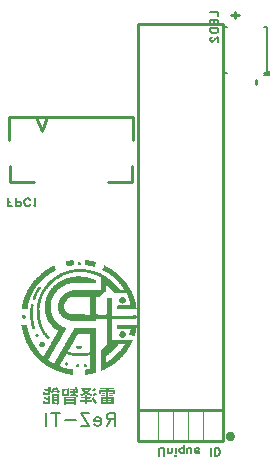
<source format=gbo>
G04 Layer: BottomSilkscreenLayer*
G04 EasyEDA Pro v2.2.32.3, 2024-12-05 12:24:41*
G04 Gerber Generator version 0.3*
G04 Scale: 100 percent, Rotated: No, Reflected: No*
G04 Dimensions in millimeters*
G04 Leading zeros omitted, absolute positions, 3 integers and 5 decimals*
%FSLAX35Y35*%
%MOMM*%
%ADD10C,0.203*%
%ADD11C,0.1524*%
%ADD12C,0.1*%
%ADD13C,0.254*%
%ADD14C,0.4*%
G75*


G04 Image Start*
G36*
G01X1377363Y-2103449D02*
G01X1378967Y-2103710D01*
G01X1379848Y-2104771D01*
G01X1380729Y-2105833D01*
G01X1381560Y-2105837D01*
G01X1382391Y-2105842D01*
G01X1390128Y-2109764D01*
G01X1397866Y-2113687D01*
G01X1407538Y-2118928D01*
G01X1417210Y-2124169D01*
G01X1421658Y-2126976D01*
G01X1426106Y-2129783D01*
G01X1432607Y-2133836D01*
G01X1439108Y-2137889D01*
G01X1444648Y-2141752D01*
G01X1450188Y-2145615D01*
G01X1454241Y-2148363D01*
G01X1458294Y-2151112D01*
G01X1468979Y-2159497D01*
G01X1479665Y-2167883D01*
G01X1488596Y-2175505D01*
G01X1497526Y-2183127D01*
G01X1512284Y-2197724D01*
G01X1527042Y-2212321D01*
G01X1535041Y-2221559D01*
G01X1543040Y-2230798D01*
G01X1548044Y-2237035D01*
G01X1553047Y-2243272D01*
G01X1556662Y-2247876D01*
G01X1560277Y-2252481D01*
G01X1563079Y-2256720D01*
G01X1565881Y-2260959D01*
G01X1569497Y-2265749D01*
G01X1573113Y-2270539D01*
G01X1577237Y-2276674D01*
G01X1581361Y-2282810D01*
G01X1584420Y-2287728D01*
G01X1587480Y-2292647D01*
G01X1591053Y-2298543D01*
G01X1594625Y-2304438D01*
G01X1594915Y-2305175D01*
G01X1595204Y-2305912D01*
G01X1599342Y-2313281D01*
G01X1603481Y-2320651D01*
G01X1605072Y-2323967D01*
G01X1606662Y-2327283D01*
G01X1609211Y-2332442D01*
G01X1611759Y-2337601D01*
G01X1615237Y-2345707D01*
G01X1618714Y-2353813D01*
G01X1620052Y-2357130D01*
G01X1621390Y-2360446D01*
G01X1622930Y-2364267D01*
G01X1624471Y-2368088D01*
G01X1624475Y-2369057D01*
G01X1624480Y-2370026D01*
G01X1625463Y-2371909D01*
G01X1626445Y-2373793D01*
G01X1628406Y-2379469D01*
G01X1630366Y-2385146D01*
G01X1630366Y-2386450D01*
G01X1630366Y-2387753D01*
G01X1631372Y-2389207D01*
G01X1632377Y-2390660D01*
G01X1634218Y-2397293D01*
G01X1636059Y-2403925D01*
G01X1636935Y-2407242D01*
G01X1637810Y-2410558D01*
G01X1639543Y-2417190D01*
G01X1641275Y-2423823D01*
G01X1641780Y-2427507D01*
G01X1642284Y-2431192D01*
G01X1643345Y-2435245D01*
G01X1644406Y-2439298D01*
G01X1645525Y-2446299D01*
G01X1646644Y-2453300D01*
G01X1647418Y-2461668D01*
G01X1648193Y-2470036D01*
G01X1647349Y-2470880D01*
G01X1646505Y-2471724D01*
G01X1566770Y-2471919D01*
G01X1487034Y-2472114D01*
G01X1486232Y-2471019D01*
G01X1485429Y-2469925D01*
G01X1485690Y-2456822D01*
G01X1485950Y-2443720D01*
G01X1486285Y-2442799D01*
G01X1486619Y-2441878D01*
G01X1540009Y-2441878D01*
G01X1593399Y-2441878D01*
G01X1594603Y-2441416D01*
G01X1595806Y-2440954D01*
G01X1595319Y-2433862D01*
G01X1594831Y-2426770D01*
G01X1592596Y-2418296D01*
G01X1590361Y-2409821D01*
G01X1589325Y-2405768D01*
G01X1588289Y-2401714D01*
G01X1587612Y-2400241D01*
G01X1586934Y-2398767D01*
G01X1583975Y-2389786D01*
G01X1581015Y-2380806D01*
G01X1579161Y-2376614D01*
G01X1577307Y-2372422D01*
G01X1577303Y-2371592D01*
G01X1577298Y-2370763D01*
G01X1576153Y-2368566D01*
G01X1575007Y-2366368D01*
G01X1573169Y-2361565D01*
G01X1571332Y-2356761D01*
G01X1570380Y-2354550D01*
G01X1569429Y-2352339D01*
G01X1566984Y-2347156D01*
G01X1564540Y-2341973D01*
G01X1562633Y-2340524D01*
G01X1560727Y-2339074D01*
G01X1512096Y-2338507D01*
G01X1463466Y-2337940D01*
G01X1460880Y-2335856D01*
G01X1458294Y-2333773D01*
G01X1456452Y-2331126D01*
G01X1454609Y-2328480D01*
G01X1443556Y-2316879D01*
G01X1432502Y-2305278D01*
G01X1426910Y-2299699D01*
G01X1421318Y-2294121D01*
G01X1415866Y-2288962D01*
G01X1410414Y-2283804D01*
G01X1403407Y-2277322D01*
G01X1396400Y-2270841D01*
G01X1394185Y-2271058D01*
G01X1391971Y-2271276D01*
G01X1391602Y-2293035D01*
G01X1391234Y-2314794D01*
G01X1389739Y-2316693D01*
G01X1388244Y-2318592D01*
G01X1381659Y-2324780D01*
G01X1375074Y-2330968D01*
G01X1356993Y-2348777D01*
G01X1338912Y-2366586D01*
G01X1338299Y-2367200D01*
G01X1337687Y-2367815D01*
G01X1319139Y-2368184D01*
G01X1300592Y-2368552D01*
G01X1300404Y-2443311D01*
G01X1300216Y-2518070D01*
G01X1300773Y-2518620D01*
G01X1301329Y-2519170D01*
G01X1345178Y-2519695D01*
G01X1389028Y-2520219D01*
G01X1391420Y-2518982D01*
G01X1393813Y-2517745D01*
G01X1393868Y-2450886D01*
G01X1393922Y-2384028D01*
G01X1394420Y-2380712D01*
G01X1394918Y-2377395D01*
G01X1416239Y-2377200D01*
G01X1437559Y-2377004D01*
G01X1438151Y-2377937D01*
G01X1438743Y-2378869D01*
G01X1438765Y-2452563D01*
G01X1438788Y-2526258D01*
G01X1439485Y-2527363D01*
G01X1440182Y-2528468D01*
G01X1447764Y-2528943D01*
G01X1455346Y-2529418D01*
G01X1534539Y-2529092D01*
G01X1613732Y-2528767D01*
G01X1616706Y-2527359D01*
G01X1619681Y-2525952D01*
G01X1623734Y-2523710D01*
G01X1627787Y-2521468D01*
G01X1632208Y-2521474D01*
G01X1636630Y-2521481D01*
G01X1640350Y-2523615D01*
G01X1644070Y-2525749D01*
G01X1646061Y-2528622D01*
G01X1648052Y-2531495D01*
G01X1648069Y-2532193D01*
G01X1648085Y-2532890D01*
G01X1649526Y-2534732D01*
G01X1650967Y-2536575D01*
G01X1650984Y-2539038D01*
G01X1651000Y-2541501D01*
G01X1649526Y-2543375D01*
G01X1648052Y-2545248D01*
G01X1648052Y-2546153D01*
G01X1648052Y-2547058D01*
G01X1645784Y-2549923D01*
G01X1643516Y-2552787D01*
G01X1640515Y-2554814D01*
G01X1637514Y-2556841D01*
G01X1633019Y-2556829D01*
G01X1628524Y-2556818D01*
G01X1624102Y-2555750D01*
G01X1619681Y-2554682D01*
G01X1529986Y-2554656D01*
G01X1440291Y-2554630D01*
G01X1439528Y-2556055D01*
G01X1438765Y-2557481D01*
G01X1438765Y-2645453D01*
G01X1438765Y-2733425D01*
G01X1439687Y-2734668D01*
G01X1440608Y-2735911D01*
G01X1526976Y-2736098D01*
G01X1613343Y-2736286D01*
G01X1614134Y-2737076D01*
G01X1614924Y-2737867D01*
G01X1611895Y-2744814D01*
G01X1608866Y-2751762D01*
G01X1602963Y-2763553D01*
G01X1597060Y-2775344D01*
G01X1595843Y-2777550D01*
G01X1594625Y-2779756D01*
G01X1590364Y-2787316D01*
G01X1586103Y-2794877D01*
G01X1584469Y-2797359D01*
G01X1582834Y-2799841D01*
G01X1580624Y-2803395D01*
G01X1578413Y-2806949D01*
G01X1577307Y-2808638D01*
G01X1576202Y-2810327D01*
G01X1571814Y-2816786D01*
G01X1567427Y-2823245D01*
G01X1563538Y-2828404D01*
G01X1559650Y-2833562D01*
G01X1553924Y-2840884D01*
G01X1548199Y-2848207D01*
G01X1545067Y-2851939D01*
G01X1541936Y-2855670D01*
G01X1540277Y-2857561D01*
G01X1538619Y-2859451D01*
G01X1534579Y-2864193D01*
G01X1530540Y-2868935D01*
G01X1523894Y-2875818D01*
G01X1517248Y-2882700D01*
G01X1506563Y-2893221D01*
G01X1495877Y-2903742D01*
G01X1491766Y-2907341D01*
G01X1487655Y-2910941D01*
G01X1484765Y-2913478D01*
G01X1481876Y-2916015D01*
G01X1475612Y-2921019D01*
G01X1469348Y-2926023D01*
G01X1468243Y-2927022D01*
G01X1467137Y-2928020D01*
G01X1462931Y-2931087D01*
G01X1458725Y-2934155D01*
G01X1458315Y-2934155D01*
G01X1457905Y-2934155D01*
G01X1453746Y-2937542D01*
G01X1449588Y-2940929D01*
G01X1440993Y-2946569D01*
G01X1432398Y-2952210D01*
G01X1428154Y-2954789D01*
G01X1423911Y-2957368D01*
G01X1420837Y-2959308D01*
G01X1417763Y-2961247D01*
G01X1412605Y-2964395D01*
G01X1407446Y-2967542D01*
G01X1404430Y-2969190D01*
G01X1401413Y-2970837D01*
G01X1398534Y-2972651D01*
G01X1395655Y-2974464D01*
G01X1382645Y-2980839D01*
G01X1369635Y-2987214D01*
G01X1368790Y-2987214D01*
G01X1367944Y-2987214D01*
G01X1365219Y-2988680D01*
G01X1362494Y-2990145D01*
G01X1359178Y-2991519D01*
G01X1355861Y-2992892D01*
G01X1352340Y-2993840D01*
G01X1348818Y-2994787D01*
G01X1348374Y-2994343D01*
G01X1347929Y-2993898D01*
G01X1348072Y-2908317D01*
G01X1348214Y-2822736D01*
G01X1348922Y-2820873D01*
G01X1349630Y-2819010D01*
G01X1368505Y-2800124D01*
G01X1387380Y-2781239D01*
G01X1390399Y-2777261D01*
G01X1393418Y-2773283D01*
G01X1393329Y-2665535D01*
G01X1393240Y-2557787D01*
G01X1392395Y-2556208D01*
G01X1391550Y-2554630D01*
G01X1346269Y-2554630D01*
G01X1300988Y-2554630D01*
G01X1300606Y-2556288D01*
G01X1300223Y-2557946D01*
G01X1300039Y-2564527D01*
G01X1299855Y-2571109D01*
G01X1298013Y-2571545D01*
G01X1296170Y-2571981D01*
G01X1193001Y-2571955D01*
G01X1089831Y-2571928D01*
G01X1086698Y-2570680D01*
G01X1083564Y-2569433D01*
G01X1078960Y-2568620D01*
G01X1074356Y-2567807D01*
G01X1070303Y-2566663D01*
G01X1066250Y-2565519D01*
G01X1062933Y-2564216D01*
G01X1059617Y-2562913D01*
G01X1055196Y-2561254D01*
G01X1050774Y-2559595D01*
G01X1048932Y-2558440D01*
G01X1047090Y-2557285D01*
G01X1043081Y-2555139D01*
G01X1039072Y-2552992D01*
G01X1035877Y-2550679D01*
G01X1032682Y-2548366D01*
G01X1028095Y-2544813D01*
G01X1023508Y-2541260D01*
G01X1016439Y-2534010D01*
G01X1009370Y-2526760D01*
G01X1006491Y-2522573D01*
G01X1003611Y-2518386D01*
G01X1001174Y-2514584D01*
G01X998738Y-2510782D01*
G01X994842Y-2502675D01*
G01X990947Y-2494569D01*
G01X989463Y-2490147D01*
G01X987979Y-2485726D01*
G01X986435Y-2480567D01*
G01X984892Y-2475409D01*
G01X984137Y-2470618D01*
G01X983383Y-2465828D01*
G01X982627Y-2460529D01*
G01X981872Y-2455229D01*
G01X981872Y-2448691D01*
G01X981872Y-2442153D01*
G01X983058Y-2433725D01*
G01X984245Y-2425297D01*
G01X984838Y-2421980D01*
G01X985433Y-2418664D01*
G01X986621Y-2414979D01*
G01X987810Y-2411295D01*
G01X988969Y-2407610D01*
G01X990129Y-2403925D01*
G01X992335Y-2398767D01*
G01X994542Y-2393608D01*
G01X996361Y-2389923D01*
G01X998180Y-2386239D01*
G01X1000527Y-2382132D01*
G01X1002874Y-2378025D01*
G01X1004348Y-2375997D01*
G01X1005822Y-2373970D01*
G01X1010005Y-2368682D01*
G01X1014189Y-2363393D01*
G01X1022902Y-2354768D01*
G01X1031614Y-2346143D01*
G01X1034193Y-2344288D01*
G01X1036773Y-2342433D01*
G01X1039720Y-2340425D01*
G01X1042668Y-2338418D01*
G01X1044142Y-2337160D01*
G01X1045616Y-2335902D01*
G01X1050037Y-2333508D01*
G01X1054459Y-2331115D01*
G01X1057775Y-2329457D01*
G01X1061091Y-2327800D01*
G01X1064407Y-2326294D01*
G01X1067724Y-2324787D01*
G01X1071777Y-2323354D01*
G01X1075830Y-2321920D01*
G01X1082094Y-2320000D01*
G01X1088357Y-2318080D01*
G01X1093147Y-2317287D01*
G01X1097937Y-2316494D01*
G01X1104570Y-2315878D01*
G01X1111202Y-2315262D01*
G01X1228882Y-2315193D01*
G01X1346563Y-2315124D01*
G01X1347146Y-2314203D01*
G01X1347729Y-2313281D01*
G01X1347951Y-2308491D01*
G01X1348174Y-2303701D01*
G01X1348564Y-2256906D01*
G01X1348954Y-2210110D01*
G01X1348509Y-2207736D01*
G01X1348065Y-2205363D01*
G01X1346228Y-2203180D01*
G01X1344391Y-2200996D01*
G01X1341651Y-2200108D01*
G01X1338912Y-2199219D01*
G01X1330595Y-2195268D01*
G01X1322278Y-2191318D01*
G01X1321383Y-2191313D01*
G01X1320489Y-2191308D01*
G01X1318278Y-2189844D01*
G01X1316067Y-2188380D01*
G01X1314101Y-2188375D01*
G01X1312134Y-2188370D01*
G01X1306363Y-2185507D01*
G01X1300592Y-2182645D01*
G01X1297644Y-2181897D01*
G01X1294697Y-2181149D01*
G01X1289538Y-2179192D01*
G01X1284380Y-2177235D01*
G01X1280695Y-2176303D01*
G01X1277010Y-2175371D01*
G01X1275536Y-2174574D01*
G01X1274063Y-2173777D01*
G01X1270378Y-2173241D01*
G01X1266693Y-2172706D01*
G01X1265272Y-2171967D01*
G01X1263850Y-2171227D01*
G01X1259745Y-2170274D01*
G01X1255640Y-2169321D01*
G01X1250481Y-2168168D01*
G01X1245323Y-2167016D01*
G01X1241269Y-2165971D01*
G01X1237216Y-2164926D01*
G01X1232090Y-2164452D01*
G01X1226963Y-2163979D01*
G01X1226166Y-2163317D01*
G01X1225369Y-2162656D01*
G01X1216554Y-2162191D01*
G01X1207739Y-2161726D01*
G01X1203686Y-2160493D01*
G01X1199633Y-2159261D01*
G01X1166472Y-2159263D01*
G01X1133310Y-2159266D01*
G01X1130163Y-2160553D01*
G01X1127016Y-2161840D01*
G01X1122541Y-2161840D01*
G01X1118066Y-2161840D01*
G01X1110949Y-2163255D01*
G01X1103833Y-2164669D01*
G01X1099780Y-2165184D01*
G01X1095727Y-2165700D01*
G01X1092993Y-2167086D01*
G01X1090258Y-2168473D01*
G01X1088177Y-2168473D01*
G01X1086096Y-2168473D01*
G01X1081902Y-2169946D01*
G01X1077709Y-2171420D01*
G01X1075320Y-2171420D01*
G01X1072931Y-2171420D01*
G01X1069590Y-2172663D01*
G01X1066250Y-2173907D01*
G01X1064492Y-2175243D01*
G01X1062735Y-2176579D01*
G01X1061324Y-2176579D01*
G01X1059913Y-2176579D01*
G01X1057923Y-2177563D01*
G01X1055933Y-2178547D01*
G01X1051708Y-2179455D01*
G01X1047483Y-2180364D01*
G01X1047071Y-2181031D01*
G01X1046659Y-2181697D01*
G01X1043558Y-2182507D01*
G01X1040457Y-2183317D01*
G01X1037510Y-2184640D01*
G01X1034562Y-2185964D01*
G01X1031871Y-2187167D01*
G01X1029181Y-2188370D01*
G01X1028371Y-2188370D01*
G01X1027562Y-2188370D01*
G01X1018166Y-2193078D01*
G01X1008770Y-2197787D01*
G01X1004945Y-2199895D01*
G01X1001121Y-2202003D01*
G01X994260Y-2205998D01*
G01X987399Y-2209992D01*
G01X980398Y-2214668D01*
G01X973397Y-2219343D01*
G01X969344Y-2222303D01*
G01X965291Y-2225262D01*
G01X961975Y-2227589D01*
G01X958659Y-2229917D01*
G01X951289Y-2235825D01*
G01X943920Y-2241734D01*
G01X941709Y-2243696D01*
G01X939498Y-2245659D01*
G01X933064Y-2251304D01*
G01X926630Y-2256948D01*
G01X923116Y-2260521D01*
G01X919602Y-2264093D01*
G01X914039Y-2269895D01*
G01X908476Y-2275697D01*
G01X904827Y-2280108D01*
G01X901178Y-2284520D01*
G01X899496Y-2286373D01*
G01X897814Y-2288225D01*
G01X893652Y-2293753D01*
G01X889491Y-2299280D01*
G01X887228Y-2302388D01*
G01X884966Y-2305496D01*
G01X882171Y-2309389D01*
G01X879375Y-2313281D01*
G01X874523Y-2320651D01*
G01X869671Y-2328020D01*
G01X867654Y-2331705D01*
G01X865637Y-2335390D01*
G01X863941Y-2338337D01*
G01X862245Y-2341285D01*
G01X859142Y-2347549D01*
G01X856040Y-2353813D01*
G01X853649Y-2359340D01*
G01X851258Y-2364867D01*
G01X850677Y-2365604D01*
G01X850096Y-2366341D01*
G01X848553Y-2370929D01*
G01X847011Y-2375517D01*
G01X845170Y-2379541D01*
G01X843330Y-2383565D01*
G01X843330Y-2384539D01*
G01X843330Y-2385514D01*
G01X841054Y-2391772D01*
G01X838779Y-2398030D01*
G01X838146Y-2400241D01*
G01X837514Y-2402451D01*
G01X835917Y-2408715D01*
G01X834320Y-2414979D01*
G01X833353Y-2417927D01*
G01X832386Y-2420875D01*
G01X831910Y-2424191D01*
G01X831435Y-2427507D01*
G01X830057Y-2434877D01*
G01X828680Y-2442246D01*
G01X827854Y-2448879D01*
G01X827028Y-2455511D01*
G01X826267Y-2461038D01*
G01X825507Y-2466565D01*
G01X825869Y-2493464D01*
G01X826232Y-2520362D01*
G01X827012Y-2525889D01*
G01X827793Y-2531416D01*
G01X828558Y-2537312D01*
G01X829323Y-2543207D01*
G01X830077Y-2546523D01*
G01X830830Y-2549840D01*
G01X831547Y-2554927D01*
G01X832264Y-2560015D01*
G01X833388Y-2564876D01*
G01X834512Y-2569737D01*
G01X836013Y-2575633D01*
G01X837514Y-2581528D01*
G01X838164Y-2583739D01*
G01X838813Y-2585950D01*
G01X841072Y-2592434D01*
G01X843330Y-2598917D01*
G01X843330Y-2599967D01*
G01X843330Y-2601018D01*
G01X844756Y-2604169D01*
G01X846183Y-2607321D01*
G01X847795Y-2611743D01*
G01X849408Y-2616164D01*
G01X852330Y-2622797D01*
G01X855253Y-2629429D01*
G01X858314Y-2635693D01*
G01X861375Y-2641957D01*
G01X864257Y-2647116D01*
G01X867140Y-2652275D01*
G01X868767Y-2654854D01*
G01X870394Y-2657433D01*
G01X876165Y-2666276D01*
G01X881937Y-2675120D01*
G01X883647Y-2677331D01*
G01X885357Y-2679541D01*
G01X885900Y-2680278D01*
G01X886444Y-2681015D01*
G01X890403Y-2685805D01*
G01X894362Y-2690595D01*
G01X901086Y-2697803D01*
G01X907811Y-2705011D01*
G01X909469Y-2708109D01*
G01X911127Y-2711207D01*
G01X911127Y-2713101D01*
G01X911127Y-2714994D01*
G01X909020Y-2718271D01*
G01X906913Y-2721547D01*
G01X905073Y-2723234D01*
G01X903232Y-2724922D01*
G01X900595Y-2725350D01*
G01X897957Y-2725778D01*
G01X894611Y-2724158D01*
G01X891265Y-2722538D01*
G01X886642Y-2717319D01*
G01X882018Y-2712100D01*
G01X880539Y-2710559D01*
G01X879060Y-2709019D01*
G01X874881Y-2703492D01*
G01X870703Y-2697965D01*
G01X869360Y-2696486D01*
G01X868017Y-2695008D01*
G01X863564Y-2689117D01*
G01X859111Y-2683226D01*
G01X854253Y-2675857D01*
G01X849394Y-2668487D01*
G01X843557Y-2658170D01*
G01X837719Y-2647853D01*
G01X834708Y-2640852D01*
G01X831696Y-2633851D01*
G01X829317Y-2628324D01*
G01X826939Y-2622797D01*
G01X825640Y-2619112D01*
G01X824341Y-2615427D01*
G01X820835Y-2605479D01*
G01X817328Y-2595530D01*
G01X816269Y-2591845D01*
G01X815210Y-2588161D01*
G01X813843Y-2582265D01*
G01X812476Y-2576370D01*
G01X810952Y-2570106D01*
G01X809427Y-2563842D01*
G01X808655Y-2559420D01*
G01X807883Y-2554998D01*
G01X806454Y-2546523D01*
G01X805025Y-2538049D01*
G01X803767Y-2529205D01*
G01X802510Y-2520362D01*
G01X802226Y-2493832D01*
G01X801943Y-2467302D01*
G01X802766Y-2460301D01*
G01X803589Y-2453300D01*
G01X804311Y-2447773D01*
G01X805033Y-2442246D01*
G01X806077Y-2435614D01*
G01X807121Y-2428981D01*
G01X808220Y-2422349D01*
G01X809319Y-2415716D01*
G01X810862Y-2409452D01*
G01X812406Y-2403188D01*
G01X813424Y-2398767D01*
G01X814442Y-2394345D01*
G01X816028Y-2389555D01*
G01X817614Y-2384765D01*
G01X818681Y-2382443D01*
G01X819748Y-2380120D01*
G01X819748Y-2379438D01*
G01X819748Y-2378756D01*
G01X823105Y-2369601D01*
G01X826462Y-2360446D01*
G01X829000Y-2355075D01*
G01X831539Y-2349704D01*
G01X831539Y-2349079D01*
G01X831539Y-2348454D01*
G01X835852Y-2340079D01*
G01X840164Y-2331705D01*
G01X843525Y-2325441D01*
G01X846885Y-2319177D01*
G01X848608Y-2316197D01*
G01X850331Y-2313217D01*
G01X852541Y-2309650D01*
G01X854752Y-2306082D01*
G01X857884Y-2301333D01*
G01X861016Y-2296585D01*
G01X861016Y-2296224D01*
G01X861016Y-2295864D01*
G01X864148Y-2291960D01*
G01X867280Y-2288055D01*
G01X868385Y-2286366D01*
G01X869491Y-2284677D01*
G01X871701Y-2282030D01*
G01X873912Y-2279383D01*
G01X874844Y-2278398D01*
G01X875777Y-2277412D01*
G01X877792Y-2274717D01*
G01X879808Y-2272022D01*
G01X881724Y-2269807D01*
G01X883641Y-2267591D01*
G01X892515Y-2257642D01*
G01X901388Y-2247694D01*
G01X910126Y-2239168D01*
G01X918865Y-2230643D01*
G01X922984Y-2227009D01*
G01X927104Y-2223375D01*
G01X930354Y-2220593D01*
G01X933603Y-2217811D01*
G01X940972Y-2212112D01*
G01X948342Y-2206414D01*
G01X951289Y-2204339D01*
G01X954237Y-2202265D01*
G01X958290Y-2199334D01*
G01X962343Y-2196402D01*
G01X968607Y-2192276D01*
G01X974871Y-2188150D01*
G01X977450Y-2186469D01*
G01X980029Y-2184788D01*
G01X986293Y-2181196D01*
G01X992557Y-2177603D01*
G01X1004735Y-2171653D01*
G01X1016914Y-2165704D01*
G01X1022053Y-2163707D01*
G01X1027193Y-2161709D01*
G01X1031246Y-2160212D01*
G01X1035299Y-2158715D01*
G01X1038615Y-2157390D01*
G01X1041931Y-2156066D01*
G01X1050406Y-2153341D01*
G01X1058880Y-2150616D01*
G01X1062565Y-2149550D01*
G01X1066250Y-2148483D01*
G01X1073250Y-2146630D01*
G01X1080251Y-2144776D01*
G01X1086515Y-2143344D01*
G01X1092779Y-2141912D01*
G01X1097937Y-2141164D01*
G01X1103096Y-2140416D01*
G01X1107886Y-2139395D01*
G01X1112676Y-2138374D01*
G01X1119308Y-2137548D01*
G01X1125941Y-2136721D01*
G01X1130731Y-2136034D01*
G01X1135521Y-2135348D01*
G01X1156892Y-2134905D01*
G01X1178262Y-2134462D01*
G01X1191895Y-2135292D01*
G01X1205529Y-2136123D01*
G01X1211424Y-2136796D01*
G01X1217319Y-2137469D01*
G01X1223275Y-2138112D01*
G01X1229230Y-2138754D01*
G01X1230003Y-2139232D01*
G01X1230775Y-2139709D01*
G01X1238417Y-2140792D01*
G01X1246060Y-2141876D01*
G01X1254903Y-2143820D01*
G01X1263746Y-2145763D01*
G01X1268487Y-2146818D01*
G01X1273229Y-2147872D01*
G01X1283226Y-2150904D01*
G01X1293223Y-2153936D01*
G01X1298381Y-2155635D01*
G01X1303540Y-2157334D01*
G01X1308330Y-2159120D01*
G01X1313120Y-2160906D01*
G01X1320121Y-2163537D01*
G01X1327121Y-2166168D01*
G01X1334122Y-2169074D01*
G01X1341123Y-2171980D01*
G01X1352177Y-2177283D01*
G01X1363231Y-2182586D01*
G01X1366915Y-2184538D01*
G01X1370600Y-2186490D01*
G01X1373548Y-2187919D01*
G01X1376495Y-2189349D01*
G01X1377601Y-2190251D01*
G01X1378706Y-2191153D01*
G01X1382759Y-2193209D01*
G01X1386812Y-2195264D01*
G01X1390865Y-2197845D01*
G01X1394918Y-2200425D01*
G01X1400077Y-2203820D01*
G01X1405235Y-2207214D01*
G01X1415440Y-2214926D01*
G01X1425644Y-2222638D01*
G01X1427292Y-2223743D01*
G01X1428941Y-2224849D01*
G01X1430055Y-2225954D01*
G01X1431168Y-2227059D01*
G01X1439549Y-2234060D01*
G01X1447930Y-2241061D01*
G01X1460157Y-2253221D01*
G01X1472385Y-2265380D01*
G01X1476393Y-2269839D01*
G01X1480402Y-2274299D01*
G01X1488996Y-2284210D01*
G01X1497591Y-2294121D01*
G01X1502261Y-2299956D01*
G01X1506931Y-2305792D01*
G01X1508982Y-2307304D01*
G01X1511033Y-2308815D01*
G01X1526300Y-2308838D01*
G01X1541567Y-2308860D01*
G01X1541797Y-2306466D01*
G01X1542028Y-2304072D01*
G01X1539218Y-2299630D01*
G01X1536408Y-2295187D01*
G01X1533092Y-2290818D01*
G01X1529776Y-2286449D01*
G01X1526475Y-2282179D01*
G01X1523174Y-2277908D01*
G01X1519411Y-2273487D01*
G01X1515649Y-2269065D01*
G01X1511564Y-2263538D01*
G01X1507479Y-2258011D01*
G01X1503061Y-2253478D01*
G01X1498642Y-2248944D01*
G01X1496543Y-2246108D01*
G01X1494444Y-2243272D01*
G01X1491476Y-2240297D01*
G01X1488508Y-2237321D01*
G01X1481432Y-2229980D01*
G01X1474357Y-2222638D01*
G01X1468920Y-2217479D01*
G01X1463484Y-2212321D01*
G01X1460427Y-2210082D01*
G01X1457370Y-2207844D01*
G01X1454836Y-2205234D01*
G01X1452302Y-2202624D01*
G01X1448113Y-2199462D01*
G01X1443924Y-2196299D01*
G01X1443924Y-2195740D01*
G01X1443924Y-2195181D01*
G01X1441786Y-2194296D01*
G01X1439648Y-2193410D01*
G01X1437917Y-2191555D01*
G01X1436186Y-2189700D01*
G01X1433607Y-2188331D01*
G01X1431028Y-2186962D01*
G01X1425869Y-2182531D01*
G01X1420711Y-2178099D01*
G01X1410394Y-2171191D01*
G01X1400077Y-2164283D01*
G01X1394918Y-2161518D01*
G01X1389760Y-2158753D01*
G01X1388286Y-2157437D01*
G01X1386812Y-2156121D01*
G01X1373548Y-2149333D01*
G01X1360283Y-2142545D01*
G01X1359040Y-2141323D01*
G01X1357797Y-2140100D01*
G01X1357398Y-2138258D01*
G01X1356999Y-2136416D01*
G01X1360601Y-2129783D01*
G01X1364203Y-2123151D01*
G01X1369216Y-2113405D01*
G01X1374229Y-2103659D01*
G01X1374993Y-2103423D01*
G01X1375758Y-2103188D01*
G01X1377363Y-2103449D01*
G37*
%LPC*%
G36*
G01X1106939Y-2368201D02*
G01X1100465Y-2368942D01*
G01X1094043Y-2370708D01*
G01X1087620Y-2372474D01*
G01X1083936Y-2373792D01*
G01X1080251Y-2375111D01*
G01X1074735Y-2377999D01*
G01X1069219Y-2380886D01*
G01X1065020Y-2384185D01*
G01X1060822Y-2387484D01*
G01X1055061Y-2394463D01*
G01X1049300Y-2401443D01*
G01X1046503Y-2405632D01*
G01X1043706Y-2409821D01*
G01X1041209Y-2415040D01*
G01X1038712Y-2420260D01*
G01X1036659Y-2427200D01*
G01X1034605Y-2434140D01*
G01X1034631Y-2447773D01*
G01X1034657Y-2461407D01*
G01X1036691Y-2468223D01*
G01X1038724Y-2475040D01*
G01X1041309Y-2480014D01*
G01X1043893Y-2484989D01*
G01X1046337Y-2488674D01*
G01X1048780Y-2492358D01*
G01X1052671Y-2496406D01*
G01X1056562Y-2500455D01*
G01X1061037Y-2504036D01*
G01X1065513Y-2507618D01*
G01X1068460Y-2509101D01*
G01X1071408Y-2510585D01*
G01X1072514Y-2511531D01*
G01X1073619Y-2512477D01*
G01X1082831Y-2515683D01*
G01X1092042Y-2518888D01*
G01X1171703Y-2519097D01*
G01X1251365Y-2519306D01*
G01X1252212Y-2518286D01*
G01X1253059Y-2517265D01*
G01X1253078Y-2443570D01*
G01X1253098Y-2369875D01*
G01X1252632Y-2368661D01*
G01X1252166Y-2367447D01*
G01X1182789Y-2367453D01*
G01X1113413Y-2367459D01*
G01X1106939Y-2368201D01*
G37*
G36*
G01X1496373Y-2768203D02*
G01X1494403Y-2770275D01*
G01X1490360Y-2774985D01*
G01X1486317Y-2779694D01*
G01X1484465Y-2782425D01*
G01X1482613Y-2785155D01*
G01X1475612Y-2792756D01*
G01X1468611Y-2800357D01*
G01X1461979Y-2807297D01*
G01X1455346Y-2814236D01*
G01X1448714Y-2820662D01*
G01X1442082Y-2827088D01*
G01X1434626Y-2833641D01*
G01X1427171Y-2840195D01*
G01X1421870Y-2844248D01*
G01X1416570Y-2848301D01*
G01X1415217Y-2849513D01*
G01X1413865Y-2850726D01*
G01X1402733Y-2859002D01*
G01X1391602Y-2867278D01*
G01X1391602Y-2894452D01*
G01X1391602Y-2921627D01*
G01X1392629Y-2921627D01*
G01X1393657Y-2921627D01*
G01X1401477Y-2916652D01*
G01X1409297Y-2911678D01*
G01X1411025Y-2910572D01*
G01X1412753Y-2909467D01*
G01X1414890Y-2908017D01*
G01X1417026Y-2906568D01*
G01X1425386Y-2900279D01*
G01X1433746Y-2893991D01*
G01X1435383Y-2892886D01*
G01X1437020Y-2891780D01*
G01X1443604Y-2886623D01*
G01X1450188Y-2881465D01*
G01X1463821Y-2869301D01*
G01X1477454Y-2857138D01*
G01X1485192Y-2849028D01*
G01X1492930Y-2840919D01*
G01X1496370Y-2837240D01*
G01X1499811Y-2833562D01*
G01X1502143Y-2830620D01*
G01X1504475Y-2827677D01*
G01X1504994Y-2827304D01*
G01X1505513Y-2826930D01*
G01X1514328Y-2815612D01*
G01X1523143Y-2804295D01*
G01X1528557Y-2796820D01*
G01X1533970Y-2789346D01*
G01X1534457Y-2788977D01*
G01X1534943Y-2788609D01*
G01X1537931Y-2784555D01*
G01X1540920Y-2780502D01*
G01X1543274Y-2776351D01*
G01X1545629Y-2772200D01*
G01X1546730Y-2771287D01*
G01X1547830Y-2770373D01*
G01X1547830Y-2768744D01*
G01X1547830Y-2767115D01*
G01X1547339Y-2766623D01*
G01X1546848Y-2766132D01*
G01X1522595Y-2766132D01*
G01X1498343Y-2766132D01*
G01X1496373Y-2768203D01*
G37*
%LPD*%
G36*
G01X1185632Y-2198387D02*
G01X1195212Y-2199355D01*
G01X1204055Y-2200074D01*
G01X1212898Y-2200792D01*
G01X1218425Y-2201920D01*
G01X1223952Y-2203047D01*
G01X1228005Y-2203855D01*
G01X1232058Y-2204664D01*
G01X1236479Y-2205606D01*
G01X1240901Y-2206549D01*
G01X1244586Y-2207678D01*
G01X1248270Y-2208807D01*
G01X1253797Y-2210448D01*
G01X1259324Y-2212088D01*
G01X1261535Y-2212843D01*
G01X1263746Y-2213598D01*
G01X1271483Y-2216384D01*
G01X1279221Y-2219171D01*
G01X1283274Y-2220787D01*
G01X1287327Y-2222403D01*
G01X1290275Y-2223386D01*
G01X1293223Y-2224369D01*
G01X1296120Y-2225887D01*
G01X1299017Y-2227405D01*
G01X1299609Y-2228338D01*
G01X1300201Y-2229270D01*
G01X1300212Y-2238887D01*
G01X1300223Y-2248504D01*
G01X1299339Y-2249389D01*
G01X1298455Y-2250273D01*
G01X1207039Y-2250279D01*
G01X1115624Y-2250285D01*
G01X1107149Y-2251351D01*
G01X1098674Y-2252418D01*
G01X1093147Y-2253210D01*
G01X1087620Y-2254002D01*
G01X1083936Y-2255037D01*
G01X1080251Y-2256072D01*
G01X1072145Y-2258262D01*
G01X1064039Y-2260452D01*
G01X1060723Y-2261659D01*
G01X1057407Y-2262867D01*
G01X1055084Y-2263939D01*
G01X1052762Y-2265012D01*
G01X1051914Y-2265012D01*
G01X1051066Y-2265012D01*
G01X1048341Y-2266430D01*
G01X1045616Y-2267848D01*
G01X1038246Y-2271403D01*
G01X1030877Y-2274959D01*
G01X1023508Y-2279257D01*
G01X1016139Y-2283556D01*
G01X1012454Y-2286029D01*
G01X1008770Y-2288503D01*
G01X1006327Y-2290207D01*
G01X1003884Y-2291910D01*
G01X997852Y-2296604D01*
G01X991820Y-2301298D01*
G01X986003Y-2306553D01*
G01X980185Y-2311808D01*
G01X976423Y-2315635D01*
G01X972660Y-2319463D01*
G01X970114Y-2322181D01*
G01X967567Y-2324898D01*
G01X962565Y-2331249D01*
G01X957563Y-2337601D01*
G01X956717Y-2338602D01*
G01X955871Y-2339603D01*
G01X951565Y-2346096D01*
G01X947259Y-2352588D01*
G01X946393Y-2354490D01*
G01X945526Y-2356393D01*
G01X945010Y-2356393D01*
G01X944494Y-2356393D01*
G01X941802Y-2362104D01*
G01X939110Y-2367815D01*
G01X938418Y-2368921D01*
G01X937726Y-2370026D01*
G01X936496Y-2372974D01*
G01X935267Y-2375922D01*
G01X933517Y-2379606D01*
G01X931767Y-2383291D01*
G01X929971Y-2388874D01*
G01X928175Y-2394456D01*
G01X927113Y-2396980D01*
G01X926052Y-2399504D01*
G01X924529Y-2406136D01*
G01X923006Y-2412769D01*
G01X921304Y-2419770D01*
G01X919602Y-2426770D01*
G01X919605Y-2451826D01*
G01X919609Y-2476882D01*
G01X921331Y-2484620D01*
G01X923054Y-2492358D01*
G01X924905Y-2499985D01*
G01X926755Y-2507612D01*
G01X927720Y-2509566D01*
G01X928684Y-2511519D01*
G01X930274Y-2517046D01*
G01X931864Y-2522573D01*
G01X932564Y-2523678D01*
G01X933264Y-2524784D01*
G01X934401Y-2527363D01*
G01X935537Y-2529942D01*
G01X936632Y-2532522D01*
G01X937726Y-2535101D01*
G01X938418Y-2536206D01*
G01X939110Y-2537312D01*
G01X941321Y-2541867D01*
G01X943533Y-2546421D01*
G01X945632Y-2549605D01*
G01X947731Y-2552787D01*
G01X952071Y-2559420D01*
G01X956411Y-2566052D01*
G01X957362Y-2567037D01*
G01X958312Y-2568022D01*
G01X960316Y-2570722D01*
G01X962319Y-2573422D01*
G01X971911Y-2583295D01*
G01X981503Y-2593167D01*
G01X991083Y-2600799D01*
G01X1000663Y-2608431D01*
G01X1003027Y-2609554D01*
G01X1005391Y-2610677D01*
G01X1005805Y-2611348D01*
G01X1006220Y-2612019D01*
G01X1011179Y-2614348D01*
G01X1016139Y-2616678D01*
G01X1017244Y-2617575D01*
G01X1018350Y-2618472D01*
G01X1025350Y-2621460D01*
G01X1032351Y-2624448D01*
G01X1036404Y-2625963D01*
G01X1040457Y-2627477D01*
G01X1042902Y-2627970D01*
G01X1045347Y-2628463D01*
G01X1047323Y-2629494D01*
G01X1049300Y-2630526D01*
G01X1051143Y-2630541D01*
G01X1052985Y-2630557D01*
G01X1054048Y-2631230D01*
G01X1055112Y-2631903D01*
G01X1054173Y-2633982D01*
G01X1053234Y-2636062D01*
G01X1047951Y-2645138D01*
G01X1042668Y-2654214D01*
G01X1040826Y-2657358D01*
G01X1038983Y-2660501D01*
G01X1034562Y-2668055D01*
G01X1030140Y-2675608D01*
G01X1028726Y-2677943D01*
G01X1027311Y-2680278D01*
G01X1024528Y-2685068D01*
G01X1021744Y-2689859D01*
G01X1018715Y-2695386D01*
G01X1015685Y-2700913D01*
G01X1012964Y-2705511D01*
G01X1010243Y-2710109D01*
G01X1004877Y-2719513D01*
G01X999510Y-2728916D01*
G01X998802Y-2730022D01*
G01X998094Y-2731127D01*
G01X995591Y-2735917D01*
G01X993088Y-2740707D01*
G01X990428Y-2744744D01*
G01X987767Y-2748780D01*
G01X987767Y-2749628D01*
G01X987767Y-2750476D01*
G01X986844Y-2751242D01*
G01X985921Y-2752008D01*
G01X983350Y-2757044D01*
G01X980780Y-2762079D01*
G01X978378Y-2765747D01*
G01X975976Y-2769415D01*
G01X975976Y-2770262D01*
G01X975976Y-2771110D01*
G01X974924Y-2771983D01*
G01X973872Y-2772857D01*
G01X971894Y-2776680D01*
G01X969916Y-2780502D01*
G01X968996Y-2781608D01*
G01X968076Y-2782713D01*
G01X965209Y-2787775D01*
G01X962343Y-2792837D01*
G01X960243Y-2796618D01*
G01X958142Y-2800400D01*
G01X957193Y-2801505D01*
G01X956245Y-2802611D01*
G01X953870Y-2807356D01*
G01X951496Y-2812101D01*
G01X950139Y-2813988D01*
G01X948782Y-2815876D01*
G01X947088Y-2818995D01*
G01X945394Y-2822114D01*
G01X940051Y-2831335D01*
G01X934709Y-2840555D01*
G01X934709Y-2841054D01*
G01X934709Y-2841552D01*
G01X933693Y-2842716D01*
G01X932678Y-2843879D01*
G01X930023Y-2848846D01*
G01X927368Y-2853812D01*
G01X925669Y-2856583D01*
G01X923971Y-2859355D01*
G01X923027Y-2861197D01*
G01X922082Y-2863040D01*
G01X920692Y-2865555D01*
G01X919301Y-2868071D01*
G01X916063Y-2873662D01*
G01X912825Y-2879252D01*
G01X911266Y-2881832D01*
G01X909708Y-2884411D01*
G01X907774Y-2888014D01*
G01X905839Y-2891618D01*
G01X902956Y-2895842D01*
G01X900073Y-2900066D01*
G01X900073Y-2901953D01*
G01X900073Y-2903841D01*
G01X901431Y-2904272D01*
G01X902789Y-2904703D01*
G01X906581Y-2907453D01*
G01X910372Y-2910204D01*
G01X913882Y-2912367D01*
G01X917391Y-2914530D01*
G01X923319Y-2918262D01*
G01X929248Y-2921995D01*
G01X930689Y-2922877D01*
G01X932129Y-2923759D01*
G01X938393Y-2927363D01*
G01X944657Y-2930968D01*
G01X946286Y-2931379D01*
G01X947915Y-2931791D01*
G01X949682Y-2929472D01*
G01X951449Y-2927154D01*
G01X953480Y-2923100D01*
G01X955510Y-2919047D01*
G01X956503Y-2917916D01*
G01X957495Y-2916785D01*
G01X959818Y-2912389D01*
G01X962142Y-2907993D01*
G01X963003Y-2906888D01*
G01X963864Y-2905782D01*
G01X965608Y-2902466D01*
G01X967352Y-2899150D01*
G01X968262Y-2898044D01*
G01X969172Y-2896939D01*
G01X970818Y-2893623D01*
G01X972464Y-2890307D01*
G01X976468Y-2883306D01*
G01X980471Y-2876305D01*
G01X981141Y-2875199D01*
G01X981811Y-2874094D01*
G01X986816Y-2865424D01*
G01X991820Y-2856755D01*
G01X994399Y-2852073D01*
G01X996979Y-2847391D01*
G01X997809Y-2846372D01*
G01X998640Y-2845353D01*
G01X1000992Y-2840932D01*
G01X1003344Y-2836510D01*
G01X1006534Y-2831351D01*
G01X1009725Y-2826193D01*
G01X1015879Y-2815675D01*
G01X1022034Y-2805156D01*
G01X1024776Y-2800567D01*
G01X1027517Y-2795978D01*
G01X1028829Y-2793399D01*
G01X1030140Y-2790820D01*
G01X1034930Y-2782869D01*
G01X1039720Y-2774919D01*
G01X1041818Y-2771078D01*
G01X1043916Y-2767237D01*
G01X1050538Y-2756183D01*
G01X1057160Y-2745129D01*
G01X1057779Y-2744024D01*
G01X1058398Y-2742918D01*
G01X1060777Y-2738865D01*
G01X1063156Y-2734812D01*
G01X1064436Y-2732601D01*
G01X1065715Y-2730390D01*
G01X1070996Y-2721179D01*
G01X1076278Y-2711967D01*
G01X1076938Y-2710861D01*
G01X1077598Y-2709756D01*
G01X1081873Y-2702519D01*
G01X1086147Y-2695283D01*
G01X1087989Y-2692097D01*
G01X1089831Y-2688912D01*
G01X1092613Y-2683858D01*
G01X1095395Y-2678804D01*
G01X1096852Y-2676594D01*
G01X1098309Y-2674383D01*
G01X1099366Y-2672123D01*
G01X1100424Y-2669862D01*
G01X1103050Y-2665875D01*
G01X1105675Y-2661888D01*
G01X1105675Y-2661248D01*
G01X1105675Y-2660608D01*
G01X1107157Y-2658527D01*
G01X1108640Y-2656445D01*
G01X1110854Y-2652149D01*
G01X1113067Y-2647853D01*
G01X1113977Y-2646422D01*
G01X1114887Y-2644991D01*
G01X1117327Y-2641044D01*
G01X1119767Y-2637096D01*
G01X1121612Y-2636395D01*
G01X1123457Y-2635693D01*
G01X1209950Y-2635693D01*
G01X1296443Y-2635693D01*
G01X1298333Y-2636412D01*
G01X1300223Y-2637131D01*
G01X1300223Y-2824610D01*
G01X1300223Y-3012090D01*
G01X1299284Y-3012869D01*
G01X1298345Y-3013649D01*
G01X1295047Y-3014766D01*
G01X1291749Y-3015883D01*
G01X1288433Y-3016379D01*
G01X1285116Y-3016875D01*
G01X1282906Y-3017841D01*
G01X1280695Y-3018807D01*
G01X1272589Y-3020429D01*
G01X1264483Y-3022052D01*
G01X1260798Y-3022642D01*
G01X1257113Y-3023232D01*
G01X1254534Y-3024031D01*
G01X1251955Y-3024829D01*
G01X1246796Y-3025604D01*
G01X1241638Y-3026378D01*
G01X1237216Y-3027092D01*
G01X1232795Y-3027807D01*
G01X1226531Y-3028479D01*
G01X1220267Y-3029150D01*
G01X1216582Y-3029941D01*
G01X1212898Y-3030733D01*
G01X1211608Y-3029158D01*
G01X1210319Y-3027583D01*
G01X1210319Y-3011555D01*
G01X1210319Y-2995526D01*
G01X1209858Y-2992166D01*
G01X1209397Y-2988806D01*
G01X1211233Y-2986970D01*
G01X1213069Y-2985134D01*
G01X1217405Y-2984687D01*
G01X1221741Y-2984239D01*
G01X1225426Y-2983152D01*
G01X1229110Y-2982065D01*
G01X1239059Y-2981018D01*
G01X1249007Y-2979971D01*
G01X1251034Y-2979189D01*
G01X1253060Y-2978408D01*
G01X1253060Y-2921253D01*
G01X1253060Y-2864099D01*
G01X1251950Y-2863673D01*
G01X1250840Y-2863247D01*
G01X1246239Y-2864013D01*
G01X1241638Y-2864779D01*
G01X1234269Y-2866274D01*
G01X1226899Y-2867770D01*
G01X1222846Y-2868519D01*
G01X1218793Y-2869268D01*
G01X1210319Y-2870423D01*
G01X1201844Y-2871578D01*
G01X1184158Y-2872347D01*
G01X1166472Y-2873116D01*
G01X1151733Y-2872625D01*
G01X1136994Y-2872133D01*
G01X1131836Y-2871535D01*
G01X1126678Y-2870937D01*
G01X1117098Y-2869742D01*
G01X1107518Y-2868548D01*
G01X1105675Y-2867866D01*
G01X1103833Y-2867185D01*
G01X1101254Y-2866740D01*
G01X1098674Y-2866295D01*
G01X1092042Y-2864778D01*
G01X1085410Y-2863260D01*
G01X1080620Y-2861946D01*
G01X1075830Y-2860633D01*
G01X1070671Y-2859062D01*
G01X1065513Y-2857491D01*
G01X1064087Y-2857502D01*
G01X1062661Y-2857513D01*
G01X1057677Y-2854933D01*
G01X1052693Y-2852354D01*
G01X1051733Y-2852364D01*
G01X1050774Y-2852373D01*
G01X1048566Y-2856970D01*
G01X1046358Y-2861566D01*
G01X1042792Y-2867461D01*
G01X1039226Y-2873357D01*
G01X1036317Y-2878884D01*
G01X1033408Y-2884411D01*
G01X1031640Y-2887359D01*
G01X1029873Y-2890307D01*
G01X1028697Y-2892517D01*
G01X1027522Y-2894728D01*
G01X1026593Y-2896202D01*
G01X1025665Y-2897676D01*
G01X1023652Y-2901361D01*
G01X1021638Y-2905045D01*
G01X1019370Y-2909099D01*
G01X1017102Y-2913152D01*
G01X1014691Y-2916836D01*
G01X1012280Y-2920521D01*
G01X1011766Y-2922175D01*
G01X1011252Y-2923829D01*
G01X1010271Y-2924810D01*
G01X1009290Y-2925791D01*
G01X1007139Y-2929788D01*
G01X1004988Y-2933786D01*
G01X1001352Y-2939871D01*
G01X997716Y-2945957D01*
G01X996070Y-2948715D01*
G01X994424Y-2951473D01*
G01X994412Y-2952796D01*
G01X994399Y-2954120D01*
G01X998268Y-2955921D01*
G01X1002137Y-2957722D01*
G01X1003263Y-2957730D01*
G01X1004388Y-2957737D01*
G01X1005842Y-2958710D01*
G01X1007296Y-2959684D01*
G01X1012823Y-2961573D01*
G01X1018350Y-2963462D01*
G01X1026824Y-2966122D01*
G01X1035299Y-2968783D01*
G01X1039049Y-2969482D01*
G01X1042799Y-2970181D01*
G01X1045681Y-2971270D01*
G01X1048563Y-2972359D01*
G01X1054827Y-2973849D01*
G01X1061091Y-2975338D01*
G01X1065881Y-2976516D01*
G01X1070671Y-2977695D01*
G01X1074172Y-2978401D01*
G01X1077672Y-2979108D01*
G01X1081541Y-2979859D01*
G01X1085410Y-2980609D01*
G01X1091674Y-2981383D01*
G01X1097937Y-2982157D01*
G01X1100716Y-2983212D01*
G01X1103494Y-2984267D01*
G01X1106286Y-2984267D01*
G01X1109078Y-2984267D01*
G01X1110509Y-2985312D01*
G01X1111939Y-2986358D01*
G01X1111939Y-3007307D01*
G01X1111939Y-3028255D01*
G01X1111046Y-3029332D01*
G01X1110152Y-3030409D01*
G01X1105887Y-3029845D01*
G01X1101622Y-3029281D01*
G01X1094990Y-3028509D01*
G01X1088357Y-3027736D01*
G01X1081725Y-3026611D01*
G01X1075093Y-3025486D01*
G01X1070671Y-3024662D01*
G01X1066250Y-3023839D01*
G01X1064407Y-3022948D01*
G01X1062565Y-3022056D01*
G01X1054090Y-3020393D01*
G01X1045616Y-3018730D01*
G01X1043405Y-3017802D01*
G01X1041194Y-3016875D01*
G01X1037921Y-3016384D01*
G01X1034647Y-3015892D01*
G01X1030920Y-3014780D01*
G01X1027193Y-3013668D01*
G01X1021297Y-3011922D01*
G01X1015402Y-3010176D01*
G01X1010612Y-3008703D01*
G01X1005822Y-3007230D01*
G01X1003611Y-3006070D01*
G01X1001400Y-3004910D01*
G01X1000289Y-3004905D01*
G01X999177Y-3004901D01*
G01X993288Y-3002781D01*
G01X987399Y-3000661D01*
G01X980398Y-2998033D01*
G01X973397Y-2995405D01*
G01X966396Y-2992532D01*
G01X959396Y-2989658D01*
G01X941341Y-2980689D01*
G01X923286Y-2971720D01*
G01X920707Y-2970211D01*
G01X918128Y-2968703D01*
G01X914811Y-2966887D01*
G01X911495Y-2965071D01*
G01X908916Y-2963500D01*
G01X906337Y-2961930D01*
G01X904863Y-2961110D01*
G01X903389Y-2960290D01*
G01X901178Y-2958889D01*
G01X898968Y-2957488D01*
G01X891750Y-2952638D01*
G01X884531Y-2947788D01*
G01X882170Y-2946337D01*
G01X879808Y-2944886D01*
G01X870228Y-2937912D01*
G01X860648Y-2930938D01*
G01X855494Y-2926835D01*
G01X850340Y-2922732D01*
G01X848355Y-2921258D01*
G01X846370Y-2919784D01*
G01X841718Y-2915800D01*
G01X837066Y-2911816D01*
G01X830078Y-2905483D01*
G01X823091Y-2899150D01*
G01X811271Y-2887359D01*
G01X799451Y-2875568D01*
G01X796314Y-2871932D01*
G01X793177Y-2868297D01*
G01X789698Y-2864557D01*
G01X786218Y-2860817D01*
G01X783168Y-2857138D01*
G01X780118Y-2853460D01*
G01X777477Y-2850143D01*
G01X774835Y-2846827D01*
G01X770252Y-2840932D01*
G01X765668Y-2835036D01*
G01X765145Y-2834667D01*
G01X764621Y-2834299D01*
G01X761976Y-2830614D01*
G01X759332Y-2826930D01*
G01X756713Y-2822993D01*
G01X754094Y-2819057D01*
G01X753348Y-2818203D01*
G01X752602Y-2817349D01*
G01X749242Y-2812191D01*
G01X745881Y-2807032D01*
G01X743713Y-2803348D01*
G01X741545Y-2799663D01*
G01X738260Y-2794504D01*
G01X734974Y-2789346D01*
G01X733884Y-2787135D01*
G01X732794Y-2784924D01*
G01X731503Y-2782962D01*
G01X730212Y-2781000D01*
G01X727951Y-2777067D01*
G01X725691Y-2773133D01*
G01X719584Y-2760605D01*
G01X713477Y-2748077D01*
G01X712369Y-2745866D01*
G01X711261Y-2743655D01*
G01X709091Y-2737788D01*
G01X706921Y-2731922D01*
G01X706316Y-2731156D01*
G01X705710Y-2730390D01*
G01X703684Y-2724495D01*
G01X701658Y-2718599D01*
G01X700332Y-2715651D01*
G01X699006Y-2712704D01*
G01X697108Y-2705779D01*
G01X695209Y-2698855D01*
G01X694539Y-2698041D01*
G01X693870Y-2697228D01*
G01X692653Y-2692806D01*
G01X691436Y-2688385D01*
G01X690351Y-2684010D01*
G01X689266Y-2679636D01*
G01X688558Y-2678783D01*
G01X687850Y-2677930D01*
G01X686739Y-2672656D01*
G01X685628Y-2667382D01*
G01X684533Y-2662195D01*
G01X683439Y-2657009D01*
G01X682735Y-2655693D01*
G01X682030Y-2654377D01*
G01X680846Y-2648167D01*
G01X679661Y-2641957D01*
G01X678658Y-2636062D01*
G01X677656Y-2630166D01*
G01X676757Y-2626482D01*
G01X675859Y-2622797D01*
G01X674480Y-2617892D01*
G01X673100Y-2612988D01*
G01X673100Y-2611444D01*
G01X673100Y-2609900D01*
G01X674574Y-2608426D01*
G01X676048Y-2606953D01*
G01X696634Y-2606953D01*
G01X717220Y-2606953D01*
G01X719019Y-2607637D01*
G01X720819Y-2608321D01*
G01X721647Y-2610695D01*
G01X722474Y-2613068D01*
G01X722474Y-2615196D01*
G01X722474Y-2617323D01*
G01X723877Y-2623376D01*
G01X725281Y-2629429D01*
G01X726114Y-2634588D01*
G01X726948Y-2639747D01*
G01X727991Y-2644168D01*
G01X729035Y-2648590D01*
G01X729861Y-2651538D01*
G01X730687Y-2654485D01*
G01X731389Y-2658407D01*
G01X732091Y-2662328D01*
G01X734010Y-2668724D01*
G01X735930Y-2675120D01*
G01X736941Y-2678804D01*
G01X737953Y-2682489D01*
G01X740167Y-2688753D01*
G01X742380Y-2695017D01*
G01X744670Y-2701988D01*
G01X746960Y-2708959D01*
G01X747894Y-2710463D01*
G01X748828Y-2711967D01*
G01X749321Y-2714086D01*
G01X749815Y-2716205D01*
G01X752787Y-2722561D01*
G01X755760Y-2728916D01*
G01X756912Y-2731496D01*
G01X758063Y-2734075D01*
G01X758582Y-2735180D01*
G01X759101Y-2736286D01*
G01X763750Y-2745129D01*
G01X768400Y-2753972D01*
G01X769774Y-2756552D01*
G01X771147Y-2759131D01*
G01X773156Y-2762506D01*
G01X775164Y-2765880D01*
G01X778849Y-2771921D01*
G01X782533Y-2777962D01*
G01X783660Y-2779969D01*
G01X784786Y-2781976D01*
G01X787863Y-2786766D01*
G01X790939Y-2791556D01*
G01X793369Y-2795104D01*
G01X795798Y-2798651D01*
G01X798890Y-2802841D01*
G01X801981Y-2807032D01*
G01X805018Y-2811085D01*
G01X808054Y-2815139D01*
G01X812498Y-2821034D01*
G01X816941Y-2826930D01*
G01X820353Y-2830983D01*
G01X823765Y-2835036D01*
G01X830416Y-2842331D01*
G01X837066Y-2849627D01*
G01X846979Y-2859465D01*
G01X856891Y-2869304D01*
G01X858485Y-2869304D01*
G01X860079Y-2869304D01*
G01X861940Y-2866540D01*
G01X863802Y-2863777D01*
G01X868404Y-2855670D01*
G01X873006Y-2847564D01*
G01X873828Y-2846544D01*
G01X874649Y-2845524D01*
G01X877228Y-2840897D01*
G01X879808Y-2836271D01*
G01X883124Y-2830601D01*
G01X886440Y-2824930D01*
G01X889019Y-2820297D01*
G01X891598Y-2815664D01*
G01X894915Y-2809994D01*
G01X898231Y-2804324D01*
G01X900810Y-2799697D01*
G01X903389Y-2795070D01*
G01X904223Y-2794050D01*
G01X905057Y-2793030D01*
G01X906961Y-2789236D01*
G01X908866Y-2785441D01*
G01X911102Y-2782128D01*
G01X913338Y-2778815D01*
G01X913338Y-2778100D01*
G01X913338Y-2777385D01*
G01X914773Y-2775560D01*
G01X916209Y-2773734D01*
G01X918880Y-2768643D01*
G01X921551Y-2763553D01*
G01X924261Y-2758954D01*
G01X926971Y-2754356D01*
G01X932314Y-2745140D01*
G01X937656Y-2735925D01*
G01X937656Y-2735427D01*
G01X937656Y-2734928D01*
G01X938679Y-2733765D01*
G01X939702Y-2732601D01*
G01X941743Y-2728548D01*
G01X943783Y-2724495D01*
G01X946247Y-2720685D01*
G01X948710Y-2716876D01*
G01X948710Y-2716333D01*
G01X948710Y-2715790D01*
G01X951924Y-2710931D01*
G01X955138Y-2706071D01*
G01X956501Y-2703860D01*
G01X957864Y-2701650D01*
G01X960170Y-2697228D01*
G01X962476Y-2692806D01*
G01X964865Y-2688440D01*
G01X967254Y-2684074D01*
G01X968948Y-2681808D01*
G01X970641Y-2679541D01*
G01X974339Y-2672397D01*
G01X978037Y-2665253D01*
G01X980385Y-2661982D01*
G01X982734Y-2658712D01*
G01X982487Y-2656967D01*
G01X982240Y-2655222D01*
G01X978737Y-2653011D01*
G01X975235Y-2650801D01*
G01X967047Y-2645470D01*
G01X958860Y-2640140D01*
G01X950653Y-2633203D01*
G01X942446Y-2626266D01*
G01X937288Y-2620839D01*
G01X932129Y-2615412D01*
G01X927708Y-2610354D01*
G01X923286Y-2605295D01*
G01X920338Y-2602154D01*
G01X917391Y-2599014D01*
G01X915664Y-2598131D01*
G01X913938Y-2597248D01*
G01X912173Y-2593257D01*
G01X910409Y-2589266D01*
G01X909647Y-2589266D01*
G01X908885Y-2589266D01*
G01X908072Y-2587239D01*
G01X907259Y-2585213D01*
G01X906439Y-2583370D01*
G01X905619Y-2581528D01*
G01X903678Y-2578949D01*
G01X901738Y-2576370D01*
G01X899106Y-2571211D01*
G01X896474Y-2566052D01*
G01X893048Y-2558683D01*
G01X889623Y-2551314D01*
G01X888986Y-2549840D01*
G01X888348Y-2548366D01*
G01X886587Y-2543944D01*
G01X884826Y-2539522D01*
G01X883309Y-2535101D01*
G01X881793Y-2530679D01*
G01X880321Y-2525889D01*
G01X878849Y-2521099D01*
G01X877275Y-2513730D01*
G01X875700Y-2506360D01*
G01X874617Y-2502595D01*
G01X873534Y-2498830D01*
G01X872806Y-2493015D01*
G01X872078Y-2487200D01*
G01X871166Y-2483146D01*
G01X870254Y-2479093D01*
G01X870241Y-2454037D01*
G01X870228Y-2428981D01*
G01X871153Y-2424928D01*
G01X872078Y-2420875D01*
G01X872800Y-2415110D01*
G01X873521Y-2409345D01*
G01X874611Y-2405898D01*
G01X875701Y-2402451D01*
G01X877305Y-2395819D01*
G01X878910Y-2389186D01*
G01X881773Y-2379975D01*
G01X884636Y-2370763D01*
G01X885432Y-2368552D01*
G01X886227Y-2366341D01*
G01X888681Y-2360077D01*
G01X891136Y-2353813D01*
G01X894465Y-2347549D01*
G01X897795Y-2341285D01*
G01X900350Y-2336495D01*
G01X902905Y-2331705D01*
G01X908462Y-2323230D01*
G01X914020Y-2314755D01*
G01X919390Y-2307851D01*
G01X924760Y-2300946D01*
G01X926971Y-2298543D01*
G01X929182Y-2296140D01*
G01X933330Y-2291446D01*
G01X937479Y-2286752D01*
G01X944039Y-2280119D01*
G01X950599Y-2273487D01*
G01X956608Y-2267960D01*
G01X962618Y-2262433D01*
G01X965683Y-2259853D01*
G01X968748Y-2257274D01*
G01X969883Y-2256628D01*
G01X971019Y-2255983D01*
G01X976716Y-2251470D01*
G01X982412Y-2246957D01*
G01X985944Y-2244746D01*
G01X989476Y-2242535D01*
G01X998386Y-2237211D01*
G01X1007296Y-2231888D01*
G01X1015402Y-2227876D01*
G01X1023508Y-2223864D01*
G01X1031246Y-2220554D01*
G01X1038983Y-2217243D01*
G01X1043773Y-2215665D01*
G01X1048563Y-2214086D01*
G01X1050886Y-2213019D01*
G01X1053208Y-2211952D01*
G01X1054518Y-2211952D01*
G01X1055829Y-2211952D01*
G01X1060302Y-2210531D01*
G01X1064776Y-2209111D01*
G01X1069934Y-2207639D01*
G01X1075093Y-2206167D01*
G01X1080620Y-2204991D01*
G01X1086147Y-2203815D01*
G01X1092042Y-2203122D01*
G01X1097937Y-2202428D01*
G01X1100517Y-2201641D01*
G01X1103096Y-2200854D01*
G01X1111939Y-2200144D01*
G01X1120782Y-2199433D01*
G01X1129994Y-2198339D01*
G01X1139205Y-2197245D01*
G01X1157628Y-2197332D01*
G01X1176052Y-2197419D01*
G01X1185632Y-2198387D01*
G37*
%LPC*%
G36*
G01X1149522Y-2686960D02*
G01X1148048Y-2687358D01*
G01X1145619Y-2691556D01*
G01X1143189Y-2695754D01*
G01X1140291Y-2700544D01*
G01X1137392Y-2705334D01*
G01X1137377Y-2706667D01*
G01X1137363Y-2708000D01*
G01X1135252Y-2710720D01*
G01X1133142Y-2713441D01*
G01X1129310Y-2720073D01*
G01X1125478Y-2726706D01*
G01X1121733Y-2732970D01*
G01X1117988Y-2739234D01*
G01X1115426Y-2743655D01*
G01X1112864Y-2748077D01*
G01X1111376Y-2750656D01*
G01X1109888Y-2753236D01*
G01X1108703Y-2755196D01*
G01X1107518Y-2757157D01*
G01X1101807Y-2766987D01*
G01X1096097Y-2776818D01*
G01X1095017Y-2778660D01*
G01X1093938Y-2780502D01*
G01X1089772Y-2787872D01*
G01X1085605Y-2795241D01*
G01X1084223Y-2797190D01*
G01X1082840Y-2799140D01*
G01X1082281Y-2800507D01*
G01X1081722Y-2801874D01*
G01X1076933Y-2809800D01*
G01X1072145Y-2817727D01*
G01X1071036Y-2819749D01*
G01X1069927Y-2821771D01*
G01X1067489Y-2825727D01*
G01X1065051Y-2829683D01*
G01X1066593Y-2831325D01*
G01X1068136Y-2832967D01*
G01X1076773Y-2835383D01*
G01X1085410Y-2837800D01*
G01X1086672Y-2838455D01*
G01X1087933Y-2839111D01*
G01X1093304Y-2840231D01*
G01X1098674Y-2841351D01*
G01X1106412Y-2842840D01*
G01X1114150Y-2844329D01*
G01X1122256Y-2845393D01*
G01X1130362Y-2846457D01*
G01X1133678Y-2847164D01*
G01X1136994Y-2847871D01*
G01X1153575Y-2848294D01*
G01X1170156Y-2848716D01*
G01X1183421Y-2847972D01*
G01X1196686Y-2847228D01*
G01X1203686Y-2846497D01*
G01X1210687Y-2845766D01*
G01X1215109Y-2845046D01*
G01X1219530Y-2844326D01*
G01X1227636Y-2842771D01*
G01X1235742Y-2841217D01*
G01X1240901Y-2840468D01*
G01X1246060Y-2839719D01*
G01X1248816Y-2839008D01*
G01X1251572Y-2838297D01*
G01X1252095Y-2836298D01*
G01X1252618Y-2834299D01*
G01X1252655Y-2761342D01*
G01X1252692Y-2688385D01*
G01X1252096Y-2687463D01*
G01X1251499Y-2686542D01*
G01X1201248Y-2686552D01*
G01X1150996Y-2686562D01*
G01X1149522Y-2686960D01*
G37*
%LPD*%
G36*
G01X1176244Y-2783328D02*
G01X1178647Y-2784200D01*
G01X1180387Y-2786225D01*
G01X1182127Y-2788250D01*
G01X1183037Y-2791501D01*
G01X1183947Y-2794753D01*
G01X1182715Y-2798463D01*
G01X1181483Y-2802173D01*
G01X1178983Y-2804369D01*
G01X1176482Y-2806564D01*
G01X1173113Y-2807069D01*
G01X1169745Y-2807574D01*
G01X1155580Y-2807259D01*
G01X1141416Y-2806943D01*
G01X1138358Y-2805352D01*
G01X1135301Y-2803762D01*
G01X1133832Y-2801344D01*
G01X1132363Y-2798926D01*
G01X1131906Y-2796715D01*
G01X1131448Y-2794504D01*
G01X1132175Y-2792000D01*
G01X1132901Y-2789495D01*
G01X1134579Y-2787036D01*
G01X1136258Y-2784576D01*
G01X1139036Y-2783460D01*
G01X1141814Y-2782345D01*
G01X1157828Y-2782401D01*
G01X1173841Y-2782457D01*
G01X1176244Y-2783328D01*
G37*
G36*
G01X950460Y-2105305D02*
G01X951754Y-2106252D01*
G01X953545Y-2110648D01*
G01X955336Y-2115044D01*
G01X955339Y-2115875D01*
G01X955342Y-2116706D01*
G01X956353Y-2117545D01*
G01X957364Y-2118384D01*
G01X958991Y-2122978D01*
G01X960618Y-2127572D01*
G01X962302Y-2131257D01*
G01X963986Y-2134942D01*
G01X965191Y-2137730D01*
G01X966396Y-2140519D01*
G01X966396Y-2141883D01*
G01X966396Y-2143247D01*
G01X964715Y-2144348D01*
G01X963034Y-2145450D01*
G01X952003Y-2151168D01*
G01X940972Y-2156887D01*
G01X939809Y-2157890D01*
G01X938645Y-2158892D01*
G01X938268Y-2158892D01*
G01X937891Y-2158892D01*
G01X931775Y-2162569D01*
G01X925658Y-2166245D01*
G01X923367Y-2167986D01*
G01X921075Y-2169728D01*
G01X918865Y-2170962D01*
G01X916654Y-2172196D01*
G01X912486Y-2174940D01*
G01X908319Y-2177684D01*
G01X902170Y-2181971D01*
G01X896020Y-2186258D01*
G01X893716Y-2187916D01*
G01X891412Y-2189574D01*
G01X887452Y-2192872D01*
G01X883492Y-2196170D01*
G01X879439Y-2199245D01*
G01X875386Y-2202319D01*
G01X873465Y-2204004D01*
G01X871544Y-2205688D01*
G01X867640Y-2209004D01*
G01X863736Y-2212321D01*
G01X859981Y-2215664D01*
G01X856226Y-2219006D01*
G01X844804Y-2230412D01*
G01X833381Y-2241817D01*
G01X828223Y-2247365D01*
G01X823064Y-2252912D01*
G01X820131Y-2256199D01*
G01X817198Y-2259485D01*
G01X813612Y-2263906D01*
G01X810025Y-2268328D01*
G01X809512Y-2268697D01*
G01X809000Y-2269065D01*
G01X805531Y-2273370D01*
G01X802062Y-2277675D01*
G01X802042Y-2278160D01*
G01X802023Y-2278645D01*
G01X799095Y-2281840D01*
G01X796167Y-2285035D01*
G01X796167Y-2285657D01*
G01X796167Y-2286278D01*
G01X795229Y-2287252D01*
G01X794291Y-2288225D01*
G01X789886Y-2294685D01*
G01X785481Y-2301144D01*
G01X784376Y-2302910D01*
G01X783270Y-2304677D01*
G01X780875Y-2308784D01*
G01X778480Y-2312891D01*
G01X778480Y-2313525D01*
G01X778480Y-2314158D01*
G01X777006Y-2315492D01*
G01X775533Y-2316826D01*
G01X775533Y-2317505D01*
G01X775533Y-2318183D01*
G01X772668Y-2323102D01*
G01X769804Y-2328020D01*
G01X763937Y-2339443D01*
G01X758070Y-2350865D01*
G01X756050Y-2356024D01*
G01X754029Y-2361183D01*
G01X751914Y-2365729D01*
G01X749798Y-2370276D01*
G01X749306Y-2372362D01*
G01X748814Y-2374448D01*
G01X747519Y-2376658D01*
G01X746223Y-2378869D01*
G01X744264Y-2384765D01*
G01X742305Y-2390660D01*
G01X741609Y-2392134D01*
G01X740914Y-2393608D01*
G01X739068Y-2399135D01*
G01X737223Y-2404662D01*
G01X737213Y-2406136D01*
G01X737203Y-2407610D01*
G01X736144Y-2409641D01*
G01X735085Y-2411671D01*
G01X733836Y-2416273D01*
G01X732587Y-2420875D01*
G01X731693Y-2425665D01*
G01X730799Y-2430455D01*
G01X729626Y-2434508D01*
G01X728453Y-2438562D01*
G01X727630Y-2444089D01*
G01X726807Y-2449616D01*
G01X726114Y-2453608D01*
G01X725422Y-2457599D01*
G01X725418Y-2461345D01*
G01X725413Y-2465091D01*
G01X724648Y-2467849D01*
G01X723882Y-2470607D01*
G01X722257Y-2471003D01*
G01X720632Y-2471399D01*
G01X698155Y-2471193D01*
G01X675679Y-2470987D01*
G01X675635Y-2464354D01*
G01X675591Y-2457722D01*
G01X676597Y-2452932D01*
G01X677603Y-2448142D01*
G01X678209Y-2443352D01*
G01X678816Y-2438562D01*
G01X680415Y-2430824D01*
G01X682014Y-2423086D01*
G01X682766Y-2421726D01*
G01X683518Y-2420365D01*
G01X684523Y-2415462D01*
G01X685528Y-2410558D01*
G01X686707Y-2405815D01*
G01X687885Y-2401072D01*
G01X688512Y-2400288D01*
G01X689139Y-2399504D01*
G01X691152Y-2392871D01*
G01X693165Y-2386239D01*
G01X694497Y-2383291D01*
G01X695829Y-2380343D01*
G01X697502Y-2374816D01*
G01X699174Y-2369289D01*
G01X700016Y-2368184D01*
G01X700858Y-2367078D01*
G01X702944Y-2361183D01*
G01X705030Y-2355287D01*
G01X706383Y-2352719D01*
G01X707735Y-2350150D01*
G01X707735Y-2349514D01*
G01X707735Y-2348877D01*
G01X708926Y-2346187D01*
G01X710117Y-2343496D01*
G01X717065Y-2329494D01*
G01X724012Y-2315492D01*
G01X727112Y-2309809D01*
G01X730212Y-2304126D01*
G01X732688Y-2299537D01*
G01X735164Y-2294948D01*
G01X736449Y-2293061D01*
G01X737735Y-2291173D01*
G01X745764Y-2279089D01*
G01X753793Y-2267004D01*
G01X756288Y-2263245D01*
G01X758783Y-2259485D01*
G01X759238Y-2259116D01*
G01X759693Y-2258748D01*
G01X761902Y-2255449D01*
G01X764110Y-2252151D01*
G01X772953Y-2241203D01*
G01X781796Y-2230256D01*
G01X784640Y-2226815D01*
G01X787483Y-2223375D01*
G01X793114Y-2217111D01*
G01X798746Y-2210848D01*
G01X809431Y-2200125D01*
G01X820117Y-2189402D01*
G01X827909Y-2182438D01*
G01X835702Y-2175473D01*
G01X841543Y-2170558D01*
G01X847383Y-2165643D01*
G01X855650Y-2159504D01*
G01X863918Y-2153365D01*
G01X870020Y-2148871D01*
G01X876123Y-2144377D01*
G01X882387Y-2140348D01*
G01X888651Y-2136320D01*
G01X891230Y-2134746D01*
G01X893809Y-2133173D01*
G01X898488Y-2130373D01*
G01X903166Y-2127572D01*
G01X905488Y-2126184D01*
G01X907811Y-2124795D01*
G01X912601Y-2122171D01*
G01X917391Y-2119547D01*
G01X921075Y-2117554D01*
G01X924760Y-2115560D01*
G01X933603Y-2111138D01*
G01X942446Y-2106717D01*
G01X945300Y-2105538D01*
G01X948153Y-2104359D01*
G01X948659Y-2104359D01*
G01X949165Y-2104359D01*
G01X950460Y-2105305D01*
G37*
G36*
G01X1138576Y-3134945D02*
G01X1140124Y-3136029D01*
G01X1140928Y-3139223D01*
G01X1141732Y-3142417D01*
G01X1144786Y-3148274D01*
G01X1147839Y-3154132D01*
G01X1150460Y-3157448D01*
G01X1153082Y-3160764D01*
G01X1154199Y-3161680D01*
G01X1155316Y-3162596D01*
G01X1153636Y-3164384D01*
G01X1151956Y-3166173D01*
G01X1149790Y-3167070D01*
G01X1147624Y-3167967D01*
G01X1147895Y-3168780D01*
G01X1148167Y-3169593D01*
G01X1151036Y-3170399D01*
G01X1153906Y-3171204D01*
G01X1154404Y-3172985D01*
G01X1154902Y-3174766D01*
G01X1154976Y-3178856D01*
G01X1155049Y-3182946D01*
G01X1154165Y-3183830D01*
G01X1153281Y-3184715D01*
G01X1142558Y-3184726D01*
G01X1131836Y-3184737D01*
G01X1130732Y-3185435D01*
G01X1129629Y-3186133D01*
G01X1131070Y-3188810D01*
G01X1132512Y-3191487D01*
G01X1136130Y-3194740D01*
G01X1139747Y-3197992D01*
G01X1142792Y-3200030D01*
G01X1145838Y-3202068D01*
G01X1150434Y-3204261D01*
G01X1155030Y-3206454D01*
G01X1155039Y-3206880D01*
G01X1155049Y-3207306D01*
G01X1150108Y-3212960D01*
G01X1145167Y-3218614D01*
G01X1144136Y-3218614D01*
G01X1143104Y-3218614D01*
G01X1139375Y-3216741D01*
G01X1135646Y-3214868D01*
G01X1134628Y-3215083D01*
G01X1133610Y-3215298D01*
G01X1133658Y-3246618D01*
G01X1133707Y-3277938D01*
G01X1132546Y-3279596D01*
G01X1131384Y-3281254D01*
G01X1125346Y-3281244D01*
G01X1119308Y-3281234D01*
G01X1117825Y-3280835D01*
G01X1116341Y-3280436D01*
G01X1115096Y-3278266D01*
G01X1113850Y-3276095D01*
G01X1082569Y-3276095D01*
G01X1051288Y-3276095D01*
G01X1049766Y-3278675D01*
G01X1048245Y-3281254D01*
G01X1040868Y-3281254D01*
G01X1033490Y-3281254D01*
G01X1032345Y-3279505D01*
G01X1031199Y-3277756D01*
G01X1031407Y-3246684D01*
G01X1031614Y-3215612D01*
G01X1032720Y-3214913D01*
G01X1033825Y-3214215D01*
G01X1083015Y-3214204D01*
G01X1132205Y-3214192D01*
G01X1132205Y-3213113D01*
G01X1132205Y-3212033D01*
G01X1130614Y-3211182D01*
G01X1129023Y-3210331D01*
G01X1126376Y-3208024D01*
G01X1123730Y-3205717D01*
G01X1120045Y-3201843D01*
G01X1116361Y-3197968D01*
G01X1115566Y-3197974D01*
G01X1114771Y-3197980D01*
G01X1111144Y-3200353D01*
G01X1107518Y-3202726D01*
G01X1102075Y-3206985D01*
G01X1096632Y-3211245D01*
G01X1095666Y-3211245D01*
G01X1094701Y-3211245D01*
G01X1089134Y-3206370D01*
G01X1083567Y-3201496D01*
G01X1083567Y-3200971D01*
G01X1083567Y-3200447D01*
G01X1085225Y-3198963D01*
G01X1086884Y-3197480D01*
G01X1093147Y-3193966D01*
G01X1099411Y-3190451D01*
G01X1102359Y-3188531D01*
G01X1105307Y-3186611D01*
G01X1105614Y-3186400D01*
G01X1105921Y-3186189D01*
G01X1105370Y-3185636D01*
G01X1104820Y-3185083D01*
G01X1094009Y-3184715D01*
G01X1083199Y-3184346D01*
G01X1083199Y-3177714D01*
G01X1083199Y-3171081D01*
G01X1093884Y-3170713D01*
G01X1104570Y-3170344D01*
G01X1105491Y-3169748D01*
G01X1106412Y-3169152D01*
G01X1106412Y-3165658D01*
G01X1106412Y-3162164D01*
G01X1105528Y-3161280D01*
G01X1104644Y-3160396D01*
G01X1096342Y-3160396D01*
G01X1088041Y-3160396D01*
G01X1087278Y-3158970D01*
G01X1086515Y-3157545D01*
G01X1086515Y-3152417D01*
G01X1086515Y-3147288D01*
G01X1087681Y-3146841D01*
G01X1088846Y-3146394D01*
G01X1104814Y-3146384D01*
G01X1120782Y-3146374D01*
G01X1122512Y-3145910D01*
G01X1124242Y-3145447D01*
G01X1123755Y-3141547D01*
G01X1123267Y-3137646D01*
G01X1124972Y-3136547D01*
G01X1126678Y-3135449D01*
G01X1129625Y-3134991D01*
G01X1132573Y-3134534D01*
G01X1134801Y-3134198D01*
G01X1137029Y-3133862D01*
G01X1138576Y-3134945D01*
G37*
%LPC*%
G36*
G01X1051188Y-3252827D02*
G01X1050316Y-3253878D01*
G01X1050545Y-3257035D01*
G01X1050774Y-3260192D01*
G01X1052617Y-3260701D01*
G01X1054459Y-3261210D01*
G01X1083567Y-3261272D01*
G01X1112676Y-3261334D01*
G01X1113653Y-3260715D01*
G01X1114630Y-3260095D01*
G01X1115039Y-3257048D01*
G01X1115447Y-3254001D01*
G01X1114524Y-3252889D01*
G01X1113601Y-3251776D01*
G01X1082831Y-3251776D01*
G01X1052060Y-3251776D01*
G01X1051188Y-3252827D01*
G37*
G36*
G01X1052029Y-3229405D02*
G01X1050335Y-3229858D01*
G01X1050555Y-3233632D01*
G01X1050774Y-3237406D01*
G01X1082008Y-3237598D01*
G01X1113242Y-3237791D01*
G01X1114249Y-3236955D01*
G01X1115255Y-3236120D01*
G01X1115255Y-3233410D01*
G01X1115255Y-3230700D01*
G01X1114371Y-3229815D01*
G01X1113487Y-3228931D01*
G01X1083604Y-3228941D01*
G01X1053722Y-3228951D01*
G01X1052029Y-3229405D01*
G37*
G36*
G01X1125736Y-3161543D02*
G01X1124098Y-3162690D01*
G01X1124098Y-3165087D01*
G01X1124098Y-3167483D01*
G01X1125105Y-3168860D01*
G01X1126111Y-3170236D01*
G01X1130529Y-3170555D01*
G01X1134946Y-3170875D01*
G01X1136523Y-3170031D01*
G01X1138100Y-3169187D01*
G01X1138100Y-3168626D01*
G01X1138100Y-3168065D01*
G01X1136810Y-3166322D01*
G01X1135521Y-3164579D01*
G01X1133551Y-3162487D01*
G01X1131581Y-3160396D01*
G01X1129477Y-3160396D01*
G01X1127374Y-3160396D01*
G01X1125736Y-3161543D01*
G37*
%LPD*%
G36*
G01X1650227Y-2607948D02*
G01X1651000Y-2608721D01*
G01X1651000Y-2611548D01*
G01X1651000Y-2614374D01*
G01X1649875Y-2616091D01*
G01X1648750Y-2617808D01*
G01X1647977Y-2624356D01*
G01X1647205Y-2630903D01*
G01X1646566Y-2633482D01*
G01X1645927Y-2636062D01*
G01X1645034Y-2641957D01*
G01X1644141Y-2647853D01*
G01X1643456Y-2649695D01*
G01X1642771Y-2651538D01*
G01X1641800Y-2657065D01*
G01X1640829Y-2662592D01*
G01X1639360Y-2668119D01*
G01X1637892Y-2673646D01*
G01X1637120Y-2675857D01*
G01X1636348Y-2678067D01*
G01X1634163Y-2686174D01*
G01X1631977Y-2694280D01*
G01X1630982Y-2696859D01*
G01X1629986Y-2699439D01*
G01X1629352Y-2700430D01*
G01X1628718Y-2701422D01*
G01X1626410Y-2701070D01*
G01X1624102Y-2700718D01*
G01X1618207Y-2698361D01*
G01X1612311Y-2696003D01*
G01X1609523Y-2695317D01*
G01X1606735Y-2694630D01*
G01X1605470Y-2693921D01*
G01X1604205Y-2693213D01*
G01X1598678Y-2691401D01*
G01X1593151Y-2689588D01*
G01X1590027Y-2688776D01*
G01X1586902Y-2687963D01*
G01X1586442Y-2686128D01*
G01X1585981Y-2684293D01*
G01X1586735Y-2681549D01*
G01X1587490Y-2678804D01*
G01X1588276Y-2676594D01*
G01X1589062Y-2674383D01*
G01X1590956Y-2667750D01*
G01X1592850Y-2661118D01*
G01X1593616Y-2658682D01*
G01X1594382Y-2656246D01*
G01X1595403Y-2649935D01*
G01X1596425Y-2643623D01*
G01X1595683Y-2642238D01*
G01X1594942Y-2640852D01*
G01X1541189Y-2640852D01*
G01X1487437Y-2640852D01*
G01X1486270Y-2639071D01*
G01X1485103Y-2637290D01*
G01X1485332Y-2622830D01*
G01X1485560Y-2608370D01*
G01X1486666Y-2607644D01*
G01X1487771Y-2606918D01*
G01X1568613Y-2607046D01*
G01X1649454Y-2607175D01*
G01X1650227Y-2607948D01*
G37*
G36*
G01X1455223Y-3140252D02*
G01X1455715Y-3140744D01*
G01X1455715Y-3146369D01*
G01X1455715Y-3151994D01*
G01X1454830Y-3152879D01*
G01X1453946Y-3153763D01*
G01X1432150Y-3153763D01*
G01X1410353Y-3153763D01*
G01X1408716Y-3154910D01*
G01X1407078Y-3156057D01*
G01X1407078Y-3157068D01*
G01X1407078Y-3158080D01*
G01X1408236Y-3159238D01*
G01X1409394Y-3160396D01*
G01X1436828Y-3160396D01*
G01X1464263Y-3160396D01*
G01X1465147Y-3161280D01*
G01X1466032Y-3162164D01*
G01X1466032Y-3178572D01*
G01X1466032Y-3194980D01*
G01X1464606Y-3195743D01*
G01X1463181Y-3196506D01*
G01X1457696Y-3196506D01*
G01X1452211Y-3196506D01*
G01X1451447Y-3195585D01*
G01X1450683Y-3194663D01*
G01X1450436Y-3185327D01*
G01X1450188Y-3175990D01*
G01X1449575Y-3175378D01*
G01X1448962Y-3174766D01*
G01X1429787Y-3174546D01*
G01X1410611Y-3174327D01*
G01X1408845Y-3175485D01*
G01X1407078Y-3176642D01*
G01X1407078Y-3194533D01*
G01X1407078Y-3212424D01*
G01X1406193Y-3213308D01*
G01X1405309Y-3214192D01*
G01X1397745Y-3214192D01*
G01X1390180Y-3214192D01*
G01X1389417Y-3212767D01*
G01X1388655Y-3211341D01*
G01X1388655Y-3193754D01*
G01X1388655Y-3176166D01*
G01X1387770Y-3175282D01*
G01X1386886Y-3174397D01*
G01X1367619Y-3174397D01*
G01X1348352Y-3174397D01*
G01X1347132Y-3175745D01*
G01X1345913Y-3177093D01*
G01X1345913Y-3185325D01*
G01X1345913Y-3193558D01*
G01X1344439Y-3195032D01*
G01X1342965Y-3196506D01*
G01X1337390Y-3196506D01*
G01X1331814Y-3196506D01*
G01X1330389Y-3195743D01*
G01X1328964Y-3194980D01*
G01X1328964Y-3178515D01*
G01X1328964Y-3162050D01*
G01X1329950Y-3161231D01*
G01X1330936Y-3160413D01*
G01X1359611Y-3160220D01*
G01X1388286Y-3160027D01*
G01X1388524Y-3157956D01*
G01X1388761Y-3155885D01*
G01X1387881Y-3154824D01*
G01X1387000Y-3153763D01*
G01X1364728Y-3153763D01*
G01X1342457Y-3153763D01*
G01X1341237Y-3152415D01*
G01X1340017Y-3151068D01*
G01X1340017Y-3146299D01*
G01X1340017Y-3141530D01*
G01X1340902Y-3140646D01*
G01X1341786Y-3139761D01*
G01X1398259Y-3139761D01*
G01X1454732Y-3139761D01*
G01X1455223Y-3140252D01*
G37*
G36*
G01X770550Y-2432343D02*
G01X773305Y-2433798D01*
G01X774511Y-2435638D01*
G01X775716Y-2437478D01*
G01X775284Y-2443547D01*
G01X774851Y-2449616D01*
G01X774071Y-2453300D01*
G01X773292Y-2456985D01*
G01X772637Y-2464354D01*
G01X771983Y-2471724D01*
G01X770994Y-2480567D01*
G01X770006Y-2489410D01*
G01X770023Y-2507834D01*
G01X770041Y-2526258D01*
G01X770997Y-2536943D01*
G01X771953Y-2547629D01*
G01X772587Y-2554998D01*
G01X773222Y-2562368D01*
G01X774009Y-2567711D01*
G01X774796Y-2573053D01*
G01X775512Y-2578028D01*
G01X776227Y-2583002D01*
G01X777027Y-2586318D01*
G01X777827Y-2589635D01*
G01X778533Y-2594025D01*
G01X779239Y-2598416D01*
G01X780419Y-2602500D01*
G01X781599Y-2606584D01*
G01X783059Y-2611743D01*
G01X784518Y-2616901D01*
G01X785989Y-2620954D01*
G01X787460Y-2625008D01*
G01X788946Y-2628647D01*
G01X790432Y-2632287D01*
G01X790094Y-2635802D01*
G01X789757Y-2639316D01*
G01X787731Y-2641972D01*
G01X785705Y-2644628D01*
G01X783887Y-2645319D01*
G01X782069Y-2646010D01*
G01X777880Y-2646008D01*
G01X773690Y-2646005D01*
G01X771396Y-2644606D01*
G01X769101Y-2643207D01*
G01X767461Y-2639634D01*
G01X765820Y-2636062D01*
G01X765166Y-2634588D01*
G01X764511Y-2633114D01*
G01X762653Y-2627309D01*
G01X760794Y-2621503D01*
G01X760794Y-2620495D01*
G01X760794Y-2619486D01*
G01X759393Y-2615246D01*
G01X757991Y-2611006D01*
G01X756445Y-2604238D01*
G01X754899Y-2597470D01*
G01X754891Y-2595763D01*
G01X754883Y-2594056D01*
G01X753765Y-2590371D01*
G01X752647Y-2586687D01*
G01X750862Y-2573790D01*
G01X749077Y-2560894D01*
G01X747924Y-2545786D01*
G01X746771Y-2530679D01*
G01X746786Y-2512993D01*
G01X746800Y-2495306D01*
G01X747849Y-2483146D01*
G01X748899Y-2470987D01*
G01X749380Y-2461775D01*
G01X749862Y-2452563D01*
G01X750992Y-2446668D01*
G01X752121Y-2440772D01*
G01X754021Y-2437349D01*
G01X755921Y-2433926D01*
G01X759114Y-2432375D01*
G01X762307Y-2430824D01*
G01X765051Y-2430856D01*
G01X767795Y-2430889D01*
G01X770550Y-2432343D01*
G37*
G36*
G01X829126Y-2282884D02*
G01X830765Y-2283836D01*
G01X832626Y-2286358D01*
G01X834487Y-2288880D01*
G01X834458Y-2292975D01*
G01X834429Y-2297069D01*
G01X832063Y-2300895D01*
G01X829697Y-2304721D01*
G01X822212Y-2317107D01*
G01X814728Y-2329494D01*
G01X808395Y-2342525D01*
G01X802062Y-2355556D01*
G01X802062Y-2356381D01*
G01X802062Y-2357206D01*
G01X800606Y-2359931D01*
G01X799151Y-2362657D01*
G01X798066Y-2365236D01*
G01X796981Y-2367815D01*
G01X795560Y-2371868D01*
G01X794140Y-2375922D01*
G01X792129Y-2381817D01*
G01X790118Y-2387713D01*
G01X788565Y-2392128D01*
G01X787011Y-2396543D01*
G01X784931Y-2398576D01*
G01X782851Y-2400609D01*
G01X777631Y-2400609D01*
G01X772412Y-2400609D01*
G01X769487Y-2397684D01*
G01X766562Y-2394759D01*
G01X766855Y-2390130D01*
G01X767148Y-2385502D01*
G01X769161Y-2378501D01*
G01X771173Y-2371500D01*
G01X772388Y-2367078D01*
G01X773602Y-2362657D01*
G01X775724Y-2357498D01*
G01X777846Y-2352339D01*
G01X778439Y-2350497D01*
G01X779033Y-2348655D01*
G01X781714Y-2342759D01*
G01X784394Y-2336864D01*
G01X785573Y-2334653D01*
G01X786751Y-2332442D01*
G01X790083Y-2326178D01*
G01X793415Y-2319914D01*
G01X796331Y-2314387D01*
G01X799248Y-2308860D01*
G01X800758Y-2306281D01*
G01X802268Y-2303701D01*
G01X804190Y-2300753D01*
G01X806111Y-2297806D01*
G01X806530Y-2297437D01*
G01X806949Y-2297069D01*
G01X809269Y-2293016D01*
G01X811588Y-2288962D01*
G01X814451Y-2285677D01*
G01X817313Y-2282391D01*
G01X822399Y-2282161D01*
G01X827486Y-2281932D01*
G01X829126Y-2282884D01*
G37*
G36*
G01X1228987Y-3202893D02*
G01X1229479Y-3203384D01*
G01X1229479Y-3207961D01*
G01X1229479Y-3212538D01*
G01X1230456Y-3213349D01*
G01X1231434Y-3214161D01*
G01X1246485Y-3214361D01*
G01X1261535Y-3214561D01*
G01X1261752Y-3220825D01*
G01X1261970Y-3227089D01*
G01X1261554Y-3228747D01*
G01X1261138Y-3230405D01*
G01X1247335Y-3230416D01*
G01X1233532Y-3230427D01*
G01X1231689Y-3231355D01*
G01X1229847Y-3232283D01*
G01X1229626Y-3235676D01*
G01X1229405Y-3239070D01*
G01X1230600Y-3240264D01*
G01X1231795Y-3241459D01*
G01X1251086Y-3241470D01*
G01X1270378Y-3241482D01*
G01X1271483Y-3242180D01*
G01X1272589Y-3242879D01*
G01X1272827Y-3248986D01*
G01X1273065Y-3255093D01*
G01X1271966Y-3256566D01*
G01X1270867Y-3258040D01*
G01X1250748Y-3258259D01*
G01X1230628Y-3258478D01*
G01X1230065Y-3259365D01*
G01X1229501Y-3260251D01*
G01X1229490Y-3268850D01*
G01X1229479Y-3277449D01*
G01X1229031Y-3278614D01*
G01X1228584Y-3279780D01*
G01X1221478Y-3279769D01*
G01X1214372Y-3279758D01*
G01X1213266Y-3279061D01*
G01X1212161Y-3278364D01*
G01X1211792Y-3268571D01*
G01X1211424Y-3258777D01*
G01X1191159Y-3258379D01*
G01X1170893Y-3257981D01*
G01X1170684Y-3257826D01*
G01X1170475Y-3257672D01*
G01X1170684Y-3249750D01*
G01X1170893Y-3241828D01*
G01X1191159Y-3241429D01*
G01X1211424Y-3241031D01*
G01X1211608Y-3240877D01*
G01X1211792Y-3240722D01*
G01X1211792Y-3236448D01*
G01X1211792Y-3232174D01*
G01X1210908Y-3231289D01*
G01X1210024Y-3230405D01*
G01X1196196Y-3230405D01*
G01X1182367Y-3230405D01*
G01X1181604Y-3228980D01*
G01X1180842Y-3227554D01*
G01X1180842Y-3221654D01*
G01X1180842Y-3215753D01*
G01X1181763Y-3215157D01*
G01X1182684Y-3214561D01*
G01X1197054Y-3214192D01*
G01X1211424Y-3213824D01*
G01X1211647Y-3209062D01*
G01X1211871Y-3204300D01*
G01X1212659Y-3203351D01*
G01X1213447Y-3202401D01*
G01X1220971Y-3202401D01*
G01X1228496Y-3202401D01*
G01X1228987Y-3202893D01*
G37*
G36*
G01X1264360Y-3140989D02*
G01X1264851Y-3141481D01*
G01X1264851Y-3147930D01*
G01X1264851Y-3154380D01*
G01X1264404Y-3155545D01*
G01X1263956Y-3156711D01*
G01X1260515Y-3156711D01*
G01X1257073Y-3156711D01*
G01X1255517Y-3157801D01*
G01X1253961Y-3158890D01*
G01X1251382Y-3162775D01*
G01X1248803Y-3166660D01*
G01X1244532Y-3171450D01*
G01X1240261Y-3176240D01*
G01X1239252Y-3177253D01*
G01X1238243Y-3178266D01*
G01X1238467Y-3179680D01*
G01X1238690Y-3181094D01*
G01X1245738Y-3184263D01*
G01X1252786Y-3187431D01*
G01X1257529Y-3189021D01*
G01X1262272Y-3190610D01*
G01X1267799Y-3192409D01*
G01X1273326Y-3194208D01*
G01X1273549Y-3195633D01*
G01X1273773Y-3197059D01*
G01X1272758Y-3198073D01*
G01X1271744Y-3199088D01*
G01X1269219Y-3203684D01*
G01X1266693Y-3208279D01*
G01X1264114Y-3208272D01*
G01X1261535Y-3208264D01*
G01X1258323Y-3206807D01*
G01X1255110Y-3205349D01*
G01X1254284Y-3205349D01*
G01X1253457Y-3205349D01*
G01X1249390Y-3203773D01*
G01X1245323Y-3202197D01*
G01X1235742Y-3197535D01*
G01X1226162Y-3192874D01*
G01X1224096Y-3192114D01*
G01X1222029Y-3191353D01*
G01X1218200Y-3193761D01*
G01X1214372Y-3196169D01*
G01X1207371Y-3199567D01*
G01X1200370Y-3202965D01*
G01X1197679Y-3204157D01*
G01X1194989Y-3205349D01*
G01X1193995Y-3205354D01*
G01X1193001Y-3205358D01*
G01X1191031Y-3206386D01*
G01X1189062Y-3207413D01*
G01X1185284Y-3208223D01*
G01X1181506Y-3209034D01*
G01X1179516Y-3209007D01*
G01X1177525Y-3208980D01*
G01X1175356Y-3205506D01*
G01X1173187Y-3202033D01*
G01X1170668Y-3198909D01*
G01X1168150Y-3195785D01*
G01X1168577Y-3194672D01*
G01X1169005Y-3193558D01*
G01X1170409Y-3193558D01*
G01X1171813Y-3193558D01*
G01X1175038Y-3192406D01*
G01X1178262Y-3191255D01*
G01X1182112Y-3190530D01*
G01X1185962Y-3189806D01*
G01X1188008Y-3188739D01*
G01X1190053Y-3187671D01*
G01X1191045Y-3187667D01*
G01X1192037Y-3187662D01*
G01X1193993Y-3186615D01*
G01X1195949Y-3185568D01*
G01X1200923Y-3183338D01*
G01X1205897Y-3181107D01*
G01X1205897Y-3180324D01*
G01X1205897Y-3179541D01*
G01X1199063Y-3172732D01*
G01X1192229Y-3165923D01*
G01X1188888Y-3161498D01*
G01X1185546Y-3157073D01*
G01X1182825Y-3152431D01*
G01X1180105Y-3147789D01*
G01X1180105Y-3146813D01*
G01X1180105Y-3145837D01*
G01X1181103Y-3145009D01*
G01X1182102Y-3144180D01*
G01X1185564Y-3142339D01*
G01X1189026Y-3140498D01*
G01X1226447Y-3140498D01*
G01X1263869Y-3140498D01*
G01X1264360Y-3140989D01*
G37*
%LPC*%
G36*
G01X1208992Y-3158632D02*
G01X1208770Y-3160185D01*
G01X1213413Y-3164155D01*
G01X1218056Y-3168124D01*
G01X1218425Y-3168571D01*
G01X1218793Y-3169018D01*
G01X1220501Y-3169918D01*
G01X1222208Y-3170817D01*
G01X1223920Y-3169696D01*
G01X1225632Y-3168574D01*
G01X1230135Y-3164405D01*
G01X1234637Y-3160237D01*
G01X1234637Y-3158965D01*
G01X1234637Y-3157693D01*
G01X1234129Y-3157185D01*
G01X1233620Y-3156677D01*
G01X1221417Y-3156878D01*
G01X1209213Y-3157079D01*
G01X1208992Y-3158632D01*
G37*
%LPD*%
G36*
G01X1451477Y-3217936D02*
G01X1452767Y-3218687D01*
G01X1452767Y-3248382D01*
G01X1452767Y-3278078D01*
G01X1451419Y-3279297D01*
G01X1450072Y-3280517D01*
G01X1443452Y-3280517D01*
G01X1436832Y-3280517D01*
G01X1435197Y-3278306D01*
G01X1433563Y-3276095D01*
G01X1398513Y-3276095D01*
G01X1363463Y-3276095D01*
G01X1361589Y-3277569D01*
G01X1359716Y-3279043D01*
G01X1351856Y-3279043D01*
G01X1343997Y-3279043D01*
G01X1343113Y-3278159D01*
G01X1342228Y-3277274D01*
G01X1342228Y-3247970D01*
G01X1342228Y-3218666D01*
G01X1343654Y-3217903D01*
G01X1345079Y-3217140D01*
G01X1397633Y-3217162D01*
G01X1450188Y-3217185D01*
G01X1451477Y-3217936D01*
G37*
%LPC*%
G36*
G01X1408968Y-3231861D02*
G01X1407078Y-3232579D01*
G01X1407078Y-3234808D01*
G01X1407078Y-3237037D01*
G01X1408552Y-3238511D01*
G01X1410025Y-3239985D01*
G01X1421079Y-3239985D01*
G01X1432133Y-3239985D01*
G01X1433607Y-3238511D01*
G01X1435081Y-3237037D01*
G01X1435081Y-3234939D01*
G01X1435081Y-3232841D01*
G01X1433423Y-3232041D01*
G01X1431765Y-3231242D01*
G01X1421311Y-3231192D01*
G01X1410858Y-3231142D01*
G01X1408968Y-3231861D01*
G37*
G36*
G01X1362814Y-3231905D02*
G01X1361388Y-3232668D01*
G01X1361388Y-3234689D01*
G01X1361388Y-3236710D01*
G01X1362535Y-3238347D01*
G01X1363683Y-3239985D01*
G01X1375284Y-3239985D01*
G01X1386886Y-3239985D01*
G01X1387770Y-3239101D01*
G01X1388655Y-3238217D01*
G01X1388655Y-3235564D01*
G01X1388655Y-3232911D01*
G01X1387770Y-3232026D01*
G01X1386886Y-3231142D01*
G01X1375563Y-3231142D01*
G01X1364239Y-3231142D01*
G01X1362814Y-3231905D01*
G37*
G36*
G01X1407841Y-3254676D02*
G01X1407078Y-3256101D01*
G01X1407078Y-3258282D01*
G01X1407078Y-3260462D01*
G01X1408243Y-3260909D01*
G01X1409409Y-3261357D01*
G01X1421361Y-3261357D01*
G01X1433312Y-3261357D01*
G01X1434197Y-3260472D01*
G01X1435081Y-3259588D01*
G01X1435081Y-3257844D01*
G01X1435081Y-3256101D01*
G01X1434318Y-3254676D01*
G01X1433555Y-3253250D01*
G01X1421079Y-3253250D01*
G01X1408603Y-3253250D01*
G01X1407841Y-3254676D01*
G37*
G36*
G01X1362107Y-3254758D02*
G01X1361300Y-3256266D01*
G01X1361528Y-3258627D01*
G01X1361757Y-3260988D01*
G01X1375021Y-3260988D01*
G01X1388286Y-3260988D01*
G01X1388519Y-3258147D01*
G01X1388753Y-3255306D01*
G01X1388358Y-3254278D01*
G01X1387964Y-3253250D01*
G01X1375439Y-3253250D01*
G01X1362914Y-3253250D01*
G01X1362107Y-3254758D01*
G37*
%LPD*%
G36*
G01X989905Y-3191628D02*
G01X990750Y-3192645D01*
G01X990548Y-3235808D01*
G01X990346Y-3278970D01*
G01X989431Y-3279885D01*
G01X988516Y-3280799D01*
G01X981754Y-3281123D01*
G01X974992Y-3281446D01*
G01X974010Y-3280104D01*
G01X973029Y-3278761D01*
G01X973029Y-3265785D01*
G01X973029Y-3252808D01*
G01X972144Y-3251924D01*
G01X971260Y-3251039D01*
G01X961116Y-3251039D01*
G01X950973Y-3251039D01*
G01X950210Y-3252465D01*
G01X949447Y-3253890D01*
G01X949458Y-3257808D01*
G01X949470Y-3261725D01*
G01X950168Y-3262830D01*
G01X950867Y-3263936D01*
G01X957129Y-3264195D01*
G01X963392Y-3264453D01*
G01X964124Y-3265336D01*
G01X964857Y-3266219D01*
G01X963162Y-3269877D01*
G01X961467Y-3273536D01*
G01X960961Y-3276236D01*
G01X960454Y-3278936D01*
G01X958586Y-3279559D01*
G01X956718Y-3280181D01*
G01X949339Y-3279634D01*
G01X941959Y-3279087D01*
G01X938717Y-3277468D01*
G01X935475Y-3275849D01*
G01X933434Y-3272904D01*
G01X931392Y-3269959D01*
G01X931161Y-3231339D01*
G01X930929Y-3192718D01*
G01X931804Y-3191664D01*
G01X932678Y-3190610D01*
G01X960869Y-3190610D01*
G01X989060Y-3190610D01*
G01X989905Y-3191628D01*
G37*
%LPC*%
G36*
G01X950331Y-3229078D02*
G01X949447Y-3229963D01*
G01X949447Y-3233150D01*
G01X949447Y-3236337D01*
G01X951337Y-3237056D01*
G01X953228Y-3237774D01*
G01X962244Y-3237774D01*
G01X971260Y-3237774D01*
G01X972144Y-3236890D01*
G01X973029Y-3236006D01*
G01X973029Y-3232984D01*
G01X973029Y-3229963D01*
G01X972144Y-3229078D01*
G01X971260Y-3228194D01*
G01X961238Y-3228194D01*
G01X951216Y-3228194D01*
G01X950331Y-3229078D01*
G37*
G36*
G01X950123Y-3206865D02*
G01X949431Y-3207928D01*
G01X949623Y-3210876D01*
G01X949815Y-3213824D01*
G01X961238Y-3213824D01*
G01X972660Y-3213824D01*
G01X972660Y-3210146D01*
G01X972660Y-3206469D01*
G01X970449Y-3205953D01*
G01X968239Y-3205438D01*
G01X959527Y-3205620D01*
G01X950815Y-3205802D01*
G01X950123Y-3206865D01*
G37*
%LPD*%
G36*
G01X1219378Y-2058394D02*
G01X1219841Y-2058856D01*
G01X1227055Y-2059482D01*
G01X1234269Y-2060108D01*
G01X1239059Y-2060856D01*
G01X1243849Y-2061604D01*
G01X1247902Y-2062331D01*
G01X1251955Y-2063058D01*
G01X1260061Y-2064472D01*
G01X1268167Y-2065886D01*
G01X1274431Y-2067146D01*
G01X1280695Y-2068405D01*
G01X1282906Y-2069357D01*
G01X1285116Y-2070308D01*
G01X1289170Y-2070813D01*
G01X1293223Y-2071319D01*
G01X1296170Y-2072122D01*
G01X1299118Y-2072924D01*
G01X1300467Y-2074070D01*
G01X1301815Y-2075216D01*
G01X1301355Y-2077444D01*
G01X1300895Y-2079671D01*
G01X1300223Y-2084093D01*
G01X1299551Y-2088514D01*
G01X1298439Y-2093305D01*
G01X1297328Y-2098095D01*
G01X1297302Y-2100479D01*
G01X1297276Y-2102862D01*
G01X1295407Y-2109311D01*
G01X1293538Y-2115761D01*
G01X1292919Y-2116380D01*
G01X1292300Y-2116998D01*
G01X1285732Y-2114798D01*
G01X1279163Y-2112597D01*
G01X1274912Y-2111811D01*
G01X1270661Y-2111025D01*
G01X1270061Y-2110655D01*
G01X1269462Y-2110284D01*
G01X1261929Y-2109153D01*
G01X1254396Y-2108021D01*
G01X1253175Y-2107392D01*
G01X1251955Y-2106764D01*
G01X1245486Y-2106258D01*
G01X1239016Y-2105752D01*
G01X1235906Y-2104652D01*
G01X1232795Y-2103553D01*
G01X1228742Y-2103647D01*
G01X1224689Y-2103742D01*
G01X1221373Y-2103268D01*
G01X1218056Y-2102793D01*
G01X1216450Y-2102469D01*
G01X1214843Y-2102146D01*
G01X1213686Y-2100989D01*
G01X1212529Y-2099832D01*
G01X1212529Y-2079644D01*
G01X1212529Y-2059457D01*
G01X1213955Y-2058694D01*
G01X1215380Y-2057931D01*
G01X1217148Y-2057931D01*
G01X1218916Y-2057931D01*
G01X1219378Y-2058394D01*
G37*
G36*
G01X917575Y-3208773D02*
G01X918496Y-3209157D01*
G01X918496Y-3235957D01*
G01X918496Y-3262758D01*
G01X917689Y-3266663D01*
G01X916882Y-3270568D01*
G01X915095Y-3273209D01*
G01X913308Y-3275849D01*
G01X909822Y-3277630D01*
G01X906337Y-3279412D01*
G01X886071Y-3279412D01*
G01X865806Y-3279412D01*
G01X862490Y-3277457D01*
G01X859174Y-3275502D01*
G01X857465Y-3273181D01*
G01X855757Y-3270860D01*
G01X853965Y-3264873D01*
G01X852173Y-3258886D01*
G01X852173Y-3256020D01*
G01X852173Y-3253153D01*
G01X852904Y-3251788D01*
G01X853634Y-3250422D01*
G01X856036Y-3249959D01*
G01X858437Y-3249496D01*
G01X861987Y-3247908D01*
G01X865537Y-3246319D01*
G01X866777Y-3247100D01*
G01X868017Y-3247880D01*
G01X868948Y-3254065D01*
G01X869879Y-3260251D01*
G01X871896Y-3261906D01*
G01X873912Y-3263560D01*
G01X885184Y-3263564D01*
G01X896455Y-3263567D01*
G01X898264Y-3261758D01*
G01X900073Y-3259950D01*
G01X900062Y-3253099D01*
G01X900050Y-3246249D01*
G01X899414Y-3245245D01*
G01X898778Y-3244241D01*
G01X894820Y-3242813D01*
G01X890861Y-3241386D01*
G01X888651Y-3240731D01*
G01X886440Y-3240076D01*
G01X881281Y-3238117D01*
G01X876123Y-3236157D01*
G01X873544Y-3235177D01*
G01X870964Y-3234196D01*
G01X865498Y-3231379D01*
G01X860031Y-3228563D01*
G01X859764Y-3227759D01*
G01X859498Y-3226956D01*
G01X863711Y-3222232D01*
G01X867924Y-3217509D01*
G01X869651Y-3216148D01*
G01X871378Y-3214787D01*
G01X872277Y-3215502D01*
G01X873175Y-3216217D01*
G01X878322Y-3218972D01*
G01X883469Y-3221728D01*
G01X890797Y-3224977D01*
G01X898125Y-3228226D01*
G01X898915Y-3227440D01*
G01X899705Y-3226653D01*
G01X900073Y-3217659D01*
G01X900441Y-3208665D01*
G01X908548Y-3208527D01*
G01X916654Y-3208390D01*
G01X917575Y-3208773D01*
G37*
G36*
G01X918031Y-3135546D02*
G01X919321Y-3136489D01*
G01X919055Y-3162629D01*
G01X918789Y-3188768D01*
G01X917623Y-3192723D01*
G01X916456Y-3196679D01*
G01X913893Y-3199242D01*
G01X911329Y-3201806D01*
G01X906270Y-3203209D01*
G01X901210Y-3204612D01*
G01X886349Y-3204612D01*
G01X871488Y-3204612D01*
G01X866776Y-3203157D01*
G01X862064Y-3201701D01*
G01X860239Y-3199656D01*
G01X858414Y-3197611D01*
G01X857120Y-3195260D01*
G01X855826Y-3192909D01*
G01X854632Y-3186471D01*
G01X853438Y-3180033D01*
G01X855089Y-3178696D01*
G01X856741Y-3177359D01*
G01X860289Y-3176305D01*
G01X863837Y-3175252D01*
G01X865737Y-3174007D01*
G01X867637Y-3172762D01*
G01X868642Y-3173147D01*
G01X869647Y-3173533D01*
G01X870032Y-3178332D01*
G01X870417Y-3183131D01*
G01X872031Y-3185397D01*
G01X873644Y-3187662D01*
G01X885569Y-3187651D01*
G01X897494Y-3187640D01*
G01X898599Y-3186941D01*
G01X899705Y-3186242D01*
G01X899960Y-3180047D01*
G01X900216Y-3173852D01*
G01X898575Y-3172323D01*
G01X896935Y-3170794D01*
G01X893211Y-3169995D01*
G01X889488Y-3169197D01*
G01X888701Y-3168559D01*
G01X887914Y-3167921D01*
G01X883861Y-3166809D01*
G01X879808Y-3165697D01*
G01X876491Y-3164479D01*
G01X873175Y-3163262D01*
G01X870992Y-3162382D01*
G01X868809Y-3161501D01*
G01X865156Y-3159651D01*
G01X861502Y-3157801D01*
G01X861270Y-3157072D01*
G01X861038Y-3156342D01*
G01X864044Y-3153026D01*
G01X867050Y-3149710D01*
G01X869213Y-3147265D01*
G01X871376Y-3144820D01*
G01X874118Y-3145689D01*
G01X876860Y-3146558D01*
G01X878334Y-3147475D01*
G01X879808Y-3148393D01*
G01X885335Y-3150739D01*
G01X890861Y-3153084D01*
G01X892285Y-3153882D01*
G01X893708Y-3154680D01*
G01X895912Y-3155312D01*
G01X898116Y-3155944D01*
G01X899094Y-3155132D01*
G01X900073Y-3154320D01*
G01X900073Y-3145224D01*
G01X900073Y-3136128D01*
G01X901498Y-3135366D01*
G01X902924Y-3134603D01*
G01X909832Y-3134603D01*
G01X916741Y-3134603D01*
G01X918031Y-3135546D01*
G37*
G36*
G01X977719Y-3139577D02*
G01X980180Y-3144551D01*
G01X981947Y-3147638D01*
G01X983714Y-3150724D01*
G01X986151Y-3154801D01*
G01X988587Y-3158878D01*
G01X992533Y-3162400D01*
G01X996479Y-3165923D01*
G01X995395Y-3168870D01*
G01X994310Y-3171818D01*
G01X993537Y-3174397D01*
G01X992763Y-3176977D01*
G01X991636Y-3179188D01*
G01X990509Y-3181398D01*
G01X989855Y-3181823D01*
G01X989201Y-3182247D01*
G01X983141Y-3181302D01*
G01X977082Y-3180357D01*
G01X969712Y-3179608D01*
G01X962343Y-3178860D01*
G01X953531Y-3178119D01*
G01X944718Y-3177377D01*
G01X943093Y-3178442D01*
G01X941469Y-3179506D01*
G01X940991Y-3181680D01*
G01X940514Y-3183855D01*
G01X939592Y-3184208D01*
G01X938671Y-3184562D01*
G01X935768Y-3183189D01*
G01X932866Y-3181817D01*
G01X931984Y-3181792D01*
G01X931102Y-3181767D01*
G01X927609Y-3179910D01*
G01X924116Y-3178053D01*
G01X923849Y-3177785D01*
G01X923581Y-3177517D01*
G01X925054Y-3173194D01*
G01X926526Y-3168870D01*
G01X929696Y-3162851D01*
G01X932866Y-3156832D01*
G01X935566Y-3152166D01*
G01X938265Y-3147499D01*
G01X940159Y-3145724D01*
G01X942054Y-3143948D01*
G01X944829Y-3145098D01*
G01X947605Y-3146247D01*
G01X951102Y-3147486D01*
G01X954599Y-3148724D01*
G01X955263Y-3149910D01*
G01X955927Y-3151096D01*
G01X952871Y-3156785D01*
G01X949815Y-3162473D01*
G01X950397Y-3163060D01*
G01X950979Y-3163647D01*
G01X960150Y-3163952D01*
G01X969322Y-3164257D01*
G01X969765Y-3163104D01*
G01X970207Y-3161951D01*
G01X967749Y-3158484D01*
G01X965291Y-3155018D01*
G01X963449Y-3152314D01*
G01X961606Y-3149611D01*
G01X960546Y-3147818D01*
G01X959485Y-3146025D01*
G01X958150Y-3143297D01*
G01X956816Y-3140569D01*
G01X956816Y-3139462D01*
G01X956816Y-3138354D01*
G01X959580Y-3137842D01*
G01X962343Y-3137330D01*
G01X966327Y-3135966D01*
G01X970312Y-3134603D01*
G01X972785Y-3134603D01*
G01X975258Y-3134603D01*
G01X977719Y-3139577D01*
G37*
G36*
G01X1076026Y-3146516D02*
G01X1076935Y-3147425D01*
G01X1076935Y-3175940D01*
G01X1076935Y-3204454D01*
G01X1075769Y-3204902D01*
G01X1074604Y-3205349D01*
G01X1047214Y-3205338D01*
G01X1019823Y-3205326D01*
G01X1018718Y-3204628D01*
G01X1017613Y-3203930D01*
G01X1017425Y-3176083D01*
G01X1017238Y-3148236D01*
G01X1017951Y-3147131D01*
G01X1018663Y-3146025D01*
G01X1046890Y-3145816D01*
G01X1075117Y-3145608D01*
G01X1076026Y-3146516D01*
G37*
%LPC*%
G36*
G01X1037466Y-3162914D02*
G01X1036036Y-3163958D01*
G01X1035796Y-3174770D01*
G01X1035556Y-3185582D01*
G01X1036831Y-3186990D01*
G01X1038106Y-3188399D01*
G01X1048162Y-3188399D01*
G01X1058217Y-3188399D01*
G01X1059102Y-3187515D01*
G01X1059986Y-3186631D01*
G01X1059986Y-3175408D01*
G01X1059986Y-3164186D01*
G01X1058828Y-3163028D01*
G01X1057670Y-3161869D01*
G01X1048283Y-3161869D01*
G01X1038897Y-3161869D01*
G01X1037466Y-3162914D01*
G37*
%LPD*%
G36*
G01X1110997Y-2058587D02*
G01X1111939Y-2059774D01*
G01X1112860Y-2061422D01*
G01X1113781Y-2063070D01*
G01X1113781Y-2081503D01*
G01X1113781Y-2099937D01*
G01X1112349Y-2101370D01*
G01X1110916Y-2102803D01*
G01X1108480Y-2103158D01*
G01X1106044Y-2103513D01*
G01X1099780Y-2104323D01*
G01X1093516Y-2105134D01*
G01X1086515Y-2106157D01*
G01X1079514Y-2107180D01*
G01X1076567Y-2107924D01*
G01X1073619Y-2108667D01*
G01X1066576Y-2109829D01*
G01X1059533Y-2110991D01*
G01X1058304Y-2110991D01*
G01X1057076Y-2110991D01*
G01X1055952Y-2108817D01*
G01X1054827Y-2106643D01*
G01X1054827Y-2104911D01*
G01X1054827Y-2103180D01*
G01X1054069Y-2102421D01*
G01X1053310Y-2101662D01*
G01X1052673Y-2096194D01*
G01X1052037Y-2090725D01*
G01X1051318Y-2088883D01*
G01X1050599Y-2087040D01*
G01X1049663Y-2080701D01*
G01X1048727Y-2074362D01*
G01X1049238Y-2071640D01*
G01X1049748Y-2068918D01*
G01X1051367Y-2068220D01*
G01X1052985Y-2067522D01*
G01X1057407Y-2066751D01*
G01X1061828Y-2065980D01*
G01X1068688Y-2064920D01*
G01X1075548Y-2063860D01*
G01X1076374Y-2063350D01*
G01X1077200Y-2062839D01*
G01X1084990Y-2061471D01*
G01X1092779Y-2060103D01*
G01X1098306Y-2059388D01*
G01X1103833Y-2058673D01*
G01X1106944Y-2058037D01*
G01X1110054Y-2057400D01*
G01X1110997Y-2058587D01*
G37*
G36*
G01X1540885Y-2661768D02*
G01X1544625Y-2663510D01*
G01X1548674Y-2667472D01*
G01X1552723Y-2671435D01*
G01X1554751Y-2675857D01*
G01X1556778Y-2680278D01*
G01X1556821Y-2687279D01*
G01X1556863Y-2694280D01*
G01X1555023Y-2698628D01*
G01X1553183Y-2702976D01*
G01X1548756Y-2707523D01*
G01X1544330Y-2712071D01*
G01X1539632Y-2713815D01*
G01X1534934Y-2715559D01*
G01X1529407Y-2715582D01*
G01X1523880Y-2715604D01*
G01X1518787Y-2713123D01*
G01X1513693Y-2710642D01*
G01X1510760Y-2707992D01*
G01X1507828Y-2705343D01*
G01X1505916Y-2702391D01*
G01X1504004Y-2699439D01*
G01X1502705Y-2696123D01*
G01X1501405Y-2692806D01*
G01X1501405Y-2686844D01*
G01X1501404Y-2680882D01*
G01X1503755Y-2676159D01*
G01X1506105Y-2671435D01*
G01X1509891Y-2667750D01*
G01X1513677Y-2664066D01*
G01X1517747Y-2662039D01*
G01X1521817Y-2660012D01*
G01X1529481Y-2660020D01*
G01X1537145Y-2660027D01*
G01X1540885Y-2661768D01*
G37*
G36*
G01X1534566Y-2371591D02*
G01X1535671Y-2371934D01*
G01X1539609Y-2373183D01*
G01X1543547Y-2374431D01*
G01X1547960Y-2378425D01*
G01X1552374Y-2382420D01*
G01X1554260Y-2386540D01*
G01X1556146Y-2390660D01*
G01X1556501Y-2397542D01*
G01X1556855Y-2404425D01*
G01X1554883Y-2409451D01*
G01X1552911Y-2414477D01*
G01X1549679Y-2417803D01*
G01X1546447Y-2421128D01*
G01X1543270Y-2422975D01*
G01X1540093Y-2424821D01*
G01X1535395Y-2425660D01*
G01X1530696Y-2426500D01*
G01X1527657Y-2426021D01*
G01X1524617Y-2425541D01*
G01X1521301Y-2424587D01*
G01X1517985Y-2423634D01*
G01X1515037Y-2421946D01*
G01X1512090Y-2420258D01*
G01X1510365Y-2418724D01*
G01X1508639Y-2417190D01*
G01X1506394Y-2413874D01*
G01X1504149Y-2410558D01*
G01X1502777Y-2406573D01*
G01X1501404Y-2402589D01*
G01X1501404Y-2398767D01*
G01X1501404Y-2394944D01*
G01X1502841Y-2390767D01*
G01X1504278Y-2386591D01*
G01X1507447Y-2382526D01*
G01X1510616Y-2378461D01*
G01X1513297Y-2376682D01*
G01X1515978Y-2374904D01*
G01X1520460Y-2373018D01*
G01X1524941Y-2371131D01*
G01X1529201Y-2371190D01*
G01X1533460Y-2371248D01*
G01X1534566Y-2371591D01*
G37*
G36*
G01X1286905Y-3219082D02*
G01X1288433Y-3221024D01*
G01X1288433Y-3221713D01*
G01X1288433Y-3222403D01*
G01X1295073Y-3235800D01*
G01X1301713Y-3249197D01*
G01X1304658Y-3254356D01*
G01X1307603Y-3259514D01*
G01X1308703Y-3261886D01*
G01X1309804Y-3264257D01*
G01X1309804Y-3265327D01*
G01X1309804Y-3266397D01*
G01X1303197Y-3271246D01*
G01X1296591Y-3276095D01*
G01X1294788Y-3276095D01*
G01X1292986Y-3276095D01*
G01X1286742Y-3263383D01*
G01X1280497Y-3250671D01*
G01X1278938Y-3247170D01*
G01X1277379Y-3243670D01*
G01X1275905Y-3240354D01*
G01X1274431Y-3237037D01*
G01X1273025Y-3233905D01*
G01X1271620Y-3230773D01*
G01X1271158Y-3229193D01*
G01X1270696Y-3227613D01*
G01X1271944Y-3226365D01*
G01X1273192Y-3225117D01*
G01X1277312Y-3222050D01*
G01X1281432Y-3218982D01*
G01X1282406Y-3218061D01*
G01X1283379Y-3217140D01*
G01X1284379Y-3217140D01*
G01X1285378Y-3217140D01*
G01X1286905Y-3219082D01*
G37*
G36*
G01X858143Y-2751394D02*
G01X863008Y-2754284D01*
G01X864854Y-2756708D01*
G01X866699Y-2759131D01*
G01X868279Y-2762234D01*
G01X869859Y-2765336D01*
G01X869859Y-2771675D01*
G01X869859Y-2778014D01*
G01X868025Y-2781890D01*
G01X866192Y-2785766D01*
G01X863420Y-2788548D01*
G01X860648Y-2791329D01*
G01X858805Y-2792265D01*
G01X856963Y-2793202D01*
G01X852114Y-2794147D01*
G01X847266Y-2795093D01*
G01X841932Y-2793786D01*
G01X836598Y-2792479D01*
G01X833147Y-2789750D01*
G01X829697Y-2787022D01*
G01X827657Y-2784347D01*
G01X825617Y-2781671D01*
G01X824445Y-2776482D01*
G01X823273Y-2771293D01*
G01X824537Y-2766135D01*
G01X825801Y-2760977D01*
G01X829960Y-2756719D01*
G01X834118Y-2752460D01*
G01X838055Y-2750453D01*
G01X841992Y-2748445D01*
G01X847635Y-2748475D01*
G01X853278Y-2748504D01*
G01X858143Y-2751394D01*
G37*
G36*
G01X696557Y-2521419D02*
G01X699011Y-2522042D01*
G01X701621Y-2524155D01*
G01X704230Y-2526267D01*
G01X706098Y-2529833D01*
G01X707965Y-2533398D01*
G01X708290Y-2536829D01*
G01X708614Y-2540259D01*
G01X706084Y-2545020D01*
G01X703554Y-2549781D01*
G01X700787Y-2552021D01*
G01X698020Y-2554261D01*
G01X692368Y-2554261D01*
G01X686717Y-2554261D01*
G01X683093Y-2551862D01*
G01X679468Y-2549463D01*
G01X677500Y-2546491D01*
G01X675533Y-2543519D01*
G01X674567Y-2539494D01*
G01X673601Y-2535468D01*
G01X674581Y-2532500D01*
G01X675561Y-2529531D01*
G01X678631Y-2526701D01*
G01X681702Y-2523870D01*
G01X683531Y-2522672D01*
G01X685361Y-2521473D01*
G01X689732Y-2521134D01*
G01X694102Y-2520795D01*
G01X696557Y-2521419D01*
G37*
G36*
G01X1299671Y-3144292D02*
G01X1304645Y-3147987D01*
G01X1304645Y-3149682D01*
G01X1304645Y-3151377D01*
G01X1302250Y-3153204D01*
G01X1299855Y-3155031D01*
G01X1291950Y-3162860D01*
G01X1284046Y-3170689D01*
G01X1282166Y-3169975D01*
G01X1280287Y-3169261D01*
G01X1279386Y-3168506D01*
G01X1278484Y-3167752D01*
G01X1274694Y-3164811D01*
G01X1270904Y-3161870D01*
G01X1270397Y-3160580D01*
G01X1269890Y-3159290D01*
G01X1275292Y-3154192D01*
G01X1280695Y-3149094D01*
G01X1286086Y-3144796D01*
G01X1291477Y-3140498D01*
G01X1293087Y-3140547D01*
G01X1294697Y-3140597D01*
G01X1299671Y-3144292D01*
G37*
G36*
G01X1307332Y-3185618D02*
G01X1311404Y-3189470D01*
G01X1312176Y-3190912D01*
G01X1312948Y-3192355D01*
G01X1310371Y-3194614D01*
G01X1307795Y-3196874D01*
G01X1302351Y-3200712D01*
G01X1296907Y-3204549D01*
G01X1293591Y-3207527D01*
G01X1290275Y-3210506D01*
G01X1289187Y-3210507D01*
G01X1288099Y-3210508D01*
G01X1282739Y-3205183D01*
G01X1277379Y-3199859D01*
G01X1277379Y-3198727D01*
G01X1277379Y-3197595D01*
G01X1279405Y-3195967D01*
G01X1281432Y-3194339D01*
G01X1283561Y-3192709D01*
G01X1285691Y-3191078D01*
G01X1290436Y-3187896D01*
G01X1295180Y-3184715D01*
G01X1295559Y-3184715D01*
G01X1295938Y-3184715D01*
G01X1297812Y-3183241D01*
G01X1299685Y-3181767D01*
G01X1301472Y-3181767D01*
G01X1303259Y-3181767D01*
G01X1307332Y-3185618D01*
G37*
G36*
G01X810632Y-2682704D02*
G01X812938Y-2683963D01*
G01X814742Y-2686174D01*
G01X816545Y-2688385D01*
G01X817714Y-2691371D01*
G01X818883Y-2694358D01*
G01X817644Y-2698019D01*
G01X816404Y-2701680D01*
G01X814709Y-2704062D01*
G01X813013Y-2706443D01*
G01X811488Y-2707259D01*
G01X809963Y-2708075D01*
G01X807803Y-2708695D01*
G01X805643Y-2709314D01*
G01X801428Y-2708003D01*
G01X797213Y-2706691D01*
G01X795527Y-2705276D01*
G01X793840Y-2703860D01*
G01X791965Y-2700694D01*
G01X790090Y-2697527D01*
G01X790444Y-2693848D01*
G01X790797Y-2690169D01*
G01X792999Y-2687434D01*
G01X795201Y-2684700D01*
G01X798079Y-2683054D01*
G01X800957Y-2681408D01*
G01X804641Y-2681427D01*
G01X808326Y-2681445D01*
G01X810632Y-2682704D01*
G37*
G36*
G01X1218976Y-2939545D02*
G01X1222106Y-2941183D01*
G01X1224251Y-2943787D01*
G01X1226397Y-2946390D01*
G01X1226896Y-2949720D01*
G01X1227396Y-2953051D01*
G01X1226609Y-2955973D01*
G01X1225823Y-2958894D01*
G01X1223413Y-2961181D01*
G01X1221004Y-2963467D01*
G01X1218495Y-2964733D01*
G01X1215986Y-2965999D01*
G01X1213705Y-2965612D01*
G01X1211424Y-2965224D01*
G01X1208723Y-2964076D01*
G01X1206022Y-2962928D01*
G01X1203332Y-2959645D01*
G01X1200642Y-2956362D01*
G01X1200224Y-2952307D01*
G01X1199805Y-2948253D01*
G01X1201930Y-2944822D01*
G01X1204055Y-2941392D01*
G01X1208015Y-2939615D01*
G01X1211976Y-2937839D01*
G01X1213911Y-2937873D01*
G01X1215846Y-2937906D01*
G01X1218976Y-2939545D01*
G37*
G36*
G01X1154312Y-2939447D02*
G01X1157628Y-2940908D01*
G01X1159838Y-2943980D01*
G01X1162047Y-2947051D01*
G01X1162014Y-2951473D01*
G01X1161981Y-2955894D01*
G01X1159556Y-2959413D01*
G01X1157132Y-2962931D01*
G01X1154277Y-2964387D01*
G01X1151423Y-2965843D01*
G01X1148417Y-2965843D01*
G01X1145410Y-2965843D01*
G01X1142535Y-2964376D01*
G01X1139659Y-2962909D01*
G01X1137677Y-2960309D01*
G01X1135694Y-2957710D01*
G01X1135056Y-2954296D01*
G01X1134418Y-2950882D01*
G01X1135138Y-2948211D01*
G01X1135857Y-2945539D01*
G01X1138637Y-2942876D01*
G01X1141416Y-2940212D01*
G01X1143774Y-2939026D01*
G01X1146133Y-2937839D01*
G01X1148565Y-2937913D01*
G01X1150996Y-2937986D01*
G01X1154312Y-2939447D01*
G37*
G36*
G01X1060163Y-2924813D02*
G01X1062920Y-2926424D01*
G01X1064953Y-2929368D01*
G01X1066987Y-2932312D01*
G01X1066987Y-2937160D01*
G01X1066987Y-2942007D01*
G01X1064901Y-2944741D01*
G01X1062816Y-2947475D01*
G01X1059942Y-2949290D01*
G01X1057067Y-2951104D01*
G01X1054076Y-2951104D01*
G01X1051084Y-2951104D01*
G01X1048350Y-2949698D01*
G01X1045616Y-2948291D01*
G01X1043618Y-2946187D01*
G01X1041620Y-2944082D01*
G01X1040487Y-2940870D01*
G01X1039353Y-2937658D01*
G01X1040411Y-2933609D01*
G01X1041468Y-2929560D01*
G01X1043173Y-2927707D01*
G01X1044879Y-2925854D01*
G01X1047827Y-2924493D01*
G01X1050774Y-2923133D01*
G01X1054090Y-2923168D01*
G01X1057407Y-2923203D01*
G01X1060163Y-2924813D01*
G37*
G36*
G01X1166994Y-2076346D02*
G01X1168990Y-2076948D01*
G01X1171242Y-2078552D01*
G01X1173495Y-2080156D01*
G01X1174589Y-2082272D01*
G01X1175683Y-2084388D01*
G01X1175629Y-2088662D01*
G01X1175575Y-2092936D01*
G01X1174284Y-2095147D01*
G01X1172993Y-2097358D01*
G01X1170469Y-2099080D01*
G01X1167945Y-2100803D01*
G01X1163524Y-2100315D01*
G01X1159102Y-2099828D01*
G01X1155867Y-2097843D01*
G01X1152631Y-2095858D01*
G01X1151216Y-2093292D01*
G01X1149800Y-2090725D01*
G01X1150088Y-2087409D01*
G01X1150376Y-2084093D01*
G01X1152282Y-2081074D01*
G01X1154187Y-2078056D01*
G01X1156756Y-2076837D01*
G01X1159325Y-2075618D01*
G01X1162161Y-2075681D01*
G01X1164998Y-2075745D01*
G01X1166994Y-2076346D01*
G37*
G36*
G01X1382853Y-3199547D02*
G01X1384420Y-3201114D01*
G01X1384013Y-3205055D01*
G01X1383607Y-3208996D01*
G01X1383139Y-3209752D01*
G01X1382672Y-3210508D01*
G01X1365477Y-3210508D01*
G01X1348281Y-3210508D01*
G01X1347834Y-3209342D01*
G01X1347387Y-3208176D01*
G01X1347387Y-3204503D01*
G01X1347387Y-3200830D01*
G01X1348150Y-3199405D01*
G01X1348912Y-3197980D01*
G01X1365099Y-3197980D01*
G01X1381285Y-3197980D01*
G01X1382853Y-3199547D01*
G37*
G36*
G01X1447198Y-3199617D02*
G01X1448345Y-3201255D01*
G01X1448345Y-3203991D01*
G01X1448345Y-3206727D01*
G01X1447627Y-3208617D01*
G01X1446908Y-3210508D01*
G01X1430019Y-3210508D01*
G01X1413131Y-3210508D01*
G01X1412683Y-3209342D01*
G01X1412236Y-3208176D01*
G01X1412236Y-3203962D01*
G01X1412236Y-3199748D01*
G01X1413120Y-3198864D01*
G01X1414005Y-3197980D01*
G01X1430028Y-3197980D01*
G01X1446051Y-3197980D01*
G01X1447198Y-3199617D01*
G37*
G36*
G01X1383554Y-3182612D02*
G01X1384400Y-3184193D01*
G01X1384039Y-3187401D01*
G01X1383677Y-3190609D01*
G01X1382759Y-3191715D01*
G01X1381842Y-3192821D01*
G01X1367615Y-3192821D01*
G01X1353387Y-3192821D01*
G01X1352229Y-3191663D01*
G01X1351071Y-3190505D01*
G01X1351071Y-3186652D01*
G01X1351071Y-3182799D01*
G01X1351956Y-3181914D01*
G01X1352840Y-3181030D01*
G01X1367774Y-3181030D01*
G01X1382707Y-3181030D01*
G01X1383554Y-3182612D01*
G37*
G36*
G01X1444170Y-3181521D02*
G01X1444661Y-3182012D01*
G01X1444661Y-3186251D01*
G01X1444661Y-3190490D01*
G01X1444214Y-3191655D01*
G01X1443766Y-3192821D01*
G01X1428764Y-3192821D01*
G01X1413762Y-3192821D01*
G01X1412999Y-3191396D01*
G01X1412236Y-3189970D01*
G01X1412236Y-3186666D01*
G01X1412236Y-3183361D01*
G01X1412683Y-3182196D01*
G01X1413131Y-3181030D01*
G01X1428405Y-3181030D01*
G01X1443678Y-3181030D01*
G01X1444170Y-3181521D01*
G37*
G04 Image End*

G04 Text Start*
G54D10*
G01X1463040Y-3355340D02*
G01X1463040Y-3460242D01*
G01X1463040Y-3355340D02*
G01X1418082Y-3355340D01*
G01X1403096Y-3360420D01*
G01X1398270Y-3365246D01*
G01X1393190Y-3375152D01*
G01X1393190Y-3385312D01*
G01X1398270Y-3395218D01*
G01X1403096Y-3400298D01*
G01X1418082Y-3405124D01*
G01X1463040Y-3405124D01*
G01X1428242Y-3405124D02*
G01X1393190Y-3460242D01*
G01X1348994Y-3420110D02*
G01X1289050Y-3420110D01*
G01X1289050Y-3410204D01*
G01X1294130Y-3400298D01*
G01X1298956Y-3395218D01*
G01X1309116Y-3390138D01*
G01X1324102Y-3390138D01*
G01X1334008Y-3395218D01*
G01X1343914Y-3405124D01*
G01X1348994Y-3420110D01*
G01X1348994Y-3430270D01*
G01X1343914Y-3445256D01*
G01X1334008Y-3455162D01*
G01X1324102Y-3460242D01*
G01X1309116Y-3460242D01*
G01X1298956Y-3455162D01*
G01X1289050Y-3445256D01*
G01X1175004Y-3355340D02*
G01X1244854Y-3460242D01*
G01X1244854Y-3355340D02*
G01X1175004Y-3355340D01*
G01X1244854Y-3460242D02*
G01X1175004Y-3460242D01*
G01X1130808Y-3415284D02*
G01X1040892Y-3415284D01*
G01X961644Y-3355340D02*
G01X961644Y-3460242D01*
G01X996696Y-3355340D02*
G01X926846Y-3355340D01*
G01X882650Y-3355340D02*
G01X882650Y-3460242D01*
G54D11*
G01X1836420Y-3713734D02*
G01X1836420Y-3667252D01*
G01X1839468Y-3658108D01*
G01X1845818Y-3651758D01*
G01X1854962Y-3648710D01*
G01X1861312Y-3648710D01*
G01X1870456Y-3651758D01*
G01X1876552Y-3658108D01*
G01X1879854Y-3667252D01*
G01X1879854Y-3713734D01*
G01X1910080Y-3692144D02*
G01X1910080Y-3648710D01*
G01X1910080Y-3679698D02*
G01X1919224Y-3689096D01*
G01X1925320Y-3692144D01*
G01X1934718Y-3692144D01*
G01X1940814Y-3689096D01*
G01X1944116Y-3679698D01*
G01X1944116Y-3648710D01*
G01X1974342Y-3713734D02*
G01X1977390Y-3710686D01*
G01X1980438Y-3713734D01*
G01X1977390Y-3716782D01*
G01X1974342Y-3713734D01*
G01X1977390Y-3692144D02*
G01X1977390Y-3648710D01*
G01X2047748Y-3692144D02*
G01X2047748Y-3627120D01*
G01X2047748Y-3682746D02*
G01X2041398Y-3689096D01*
G01X2035302Y-3692144D01*
G01X2025904Y-3692144D01*
G01X2019808Y-3689096D01*
G01X2013712Y-3682746D01*
G01X2010664Y-3673602D01*
G01X2010664Y-3667252D01*
G01X2013712Y-3658108D01*
G01X2019808Y-3651758D01*
G01X2025904Y-3648710D01*
G01X2035302Y-3648710D01*
G01X2041398Y-3651758D01*
G01X2047748Y-3658108D01*
G01X2077974Y-3692144D02*
G01X2077974Y-3661156D01*
G01X2081022Y-3651758D01*
G01X2087118Y-3648710D01*
G01X2096516Y-3648710D01*
G01X2102612Y-3651758D01*
G01X2112010Y-3661156D01*
G01X2112010Y-3692144D02*
G01X2112010Y-3648710D01*
G01X2142236Y-3673602D02*
G01X2179320Y-3673602D01*
G01X2179320Y-3679698D01*
G01X2176272Y-3686048D01*
G01X2172970Y-3689096D01*
G01X2166874Y-3692144D01*
G01X2157476Y-3692144D01*
G01X2151380Y-3689096D01*
G01X2145284Y-3682746D01*
G01X2142236Y-3673602D01*
G01X2142236Y-3667252D01*
G01X2145284Y-3658108D01*
G01X2151380Y-3651758D01*
G01X2157476Y-3648710D01*
G01X2166874Y-3648710D01*
G01X2172970Y-3651758D01*
G01X2179320Y-3658108D01*
G01X2278888Y-3713734D02*
G01X2278888Y-3648710D01*
G01X2309114Y-3713734D02*
G01X2309114Y-3648710D01*
G01X2309114Y-3713734D02*
G01X2330704Y-3713734D01*
G01X2339848Y-3710686D01*
G01X2346198Y-3704590D01*
G01X2349246Y-3698240D01*
G01X2352294Y-3689096D01*
G01X2352294Y-3673602D01*
G01X2349246Y-3664204D01*
G01X2346198Y-3658108D01*
G01X2339848Y-3651758D01*
G01X2330704Y-3648710D01*
G01X2309114Y-3648710D01*
G01X554812Y-1601382D02*
G01X554812Y-1536358D01*
G01X554812Y-1601382D02*
G01X594944Y-1601382D01*
G01X554812Y-1570394D02*
G01X579704Y-1570394D01*
G01X625170Y-1601382D02*
G01X625170Y-1536358D01*
G01X625170Y-1601382D02*
G01X652856Y-1601382D01*
G01X662254Y-1598334D01*
G01X665302Y-1595286D01*
G01X668350Y-1588936D01*
G01X668350Y-1579792D01*
G01X665302Y-1573696D01*
G01X662254Y-1570394D01*
G01X652856Y-1567346D01*
G01X625170Y-1567346D01*
G01X744804Y-1585888D02*
G01X741756Y-1592238D01*
G01X735660Y-1598334D01*
G01X729310Y-1601382D01*
G01X717118Y-1601382D01*
G01X710768Y-1598334D01*
G01X704672Y-1592238D01*
G01X701624Y-1585888D01*
G01X698576Y-1576744D01*
G01X698576Y-1561250D01*
G01X701624Y-1551852D01*
G01X704672Y-1545756D01*
G01X710768Y-1539406D01*
G01X717118Y-1536358D01*
G01X729310Y-1536358D01*
G01X735660Y-1539406D01*
G01X741756Y-1545756D01*
G01X744804Y-1551852D01*
G01X775030Y-1588936D02*
G01X781126Y-1592238D01*
G01X790270Y-1601382D01*
G01X790270Y-1536358D01*
G01X2271766Y43180D02*
G01X2336790Y43180D01*
G01X2336790Y43180D02*
G01X2336790Y6096D01*
G01X2271766Y-24130D02*
G01X2336790Y-24130D01*
G01X2271766Y-24130D02*
G01X2271766Y-64262D01*
G01X2302754Y-24130D02*
G01X2302754Y-48768D01*
G01X2336790Y-24130D02*
G01X2336790Y-64262D01*
G01X2271766Y-94488D02*
G01X2336790Y-94488D01*
G01X2271766Y-94488D02*
G01X2271766Y-116078D01*
G01X2274814Y-125222D01*
G01X2280910Y-131572D01*
G01X2287260Y-134620D01*
G01X2296404Y-137668D01*
G01X2311898Y-137668D01*
G01X2321296Y-134620D01*
G01X2327392Y-131572D01*
G01X2333742Y-125222D01*
G01X2336790Y-116078D01*
G01X2336790Y-94488D01*
G01X2287260Y-170942D02*
G01X2284212Y-170942D01*
G01X2277862Y-173990D01*
G01X2274814Y-177038D01*
G01X2271766Y-183134D01*
G01X2271766Y-195580D01*
G01X2274814Y-201930D01*
G01X2277862Y-204978D01*
G01X2284212Y-208026D01*
G01X2290308Y-208026D01*
G01X2296404Y-204978D01*
G01X2305802Y-198628D01*
G01X2336790Y-167894D01*
G01X2336790Y-211074D01*
G04 Text End*

G04 PolygonModel Start*
G54D12*
G01X1828658Y-3587234D02*
G01X1828658Y-3330377D01*
G01X1956587Y-3587044D02*
G01X1956587Y-3330377D01*
G01X2083587Y-3586851D02*
G01X2083587Y-3330377D01*
G01X2211530Y-3586653D02*
G01X2211530Y-3330377D01*
G54D13*
G01X1656334Y-3330377D02*
G01X2382309Y-3330377D01*
G01X2382309Y-3586391D02*
G01X2382309Y-62403D01*
G01X2382309Y-62403D02*
G01X1656309Y-61404D01*
G01X1656309Y-61404D02*
G01X1656334Y-3587496D01*
G01X1656334Y-3587496D02*
G01X2382309Y-3586391D01*
G01X1405316Y-1394399D02*
G01X1610228Y-1394399D01*
G01X567202Y-1045400D02*
G01X567202Y-845398D01*
G01X1617200Y-1045400D02*
G01X1617200Y-845398D01*
G01X892203Y-846381D02*
G01X843209Y-966399D01*
G01X843209Y-966399D02*
G01X793209Y-845398D01*
G01X567202Y-845398D02*
G01X1605234Y-845398D01*
G01X574228Y-1394399D02*
G01X778952Y-1394399D01*
G01X574228Y-1371417D02*
G01X574228Y-1264483D01*
G01X574228Y-1394399D02*
G01X574228Y-1287465D01*
G01X1610228Y-1371417D02*
G01X1610228Y-1264483D01*
G01X1610228Y-1394399D02*
G01X1610228Y-1287465D01*
G54D11*
G01X2725829Y-87780D02*
G01X2749560Y-87780D01*
G01X2749560Y-87780D02*
G01X2749560Y-471020D01*
G01X2749560Y-471020D02*
G01X2725829Y-471020D01*
G01X2725829Y-493878D02*
G01X2772420Y-493880D01*
G01X2772420Y-493880D02*
G01X2772420Y-457078D01*
G54D13*
G01X2656840Y-533400D02*
G01X2656840Y-571500D01*
G01X2447290Y12700D02*
G01X2510790Y12700D01*
G01X2479040Y38100D02*
G01X2479040Y-12700D01*
G54D11*
G01X2410051Y-87780D02*
G01X2386320Y-87780D01*
G01X2386320Y-87780D02*
G01X2386320Y-471020D01*
G01X2386320Y-471020D02*
G01X2410051Y-471020D01*

G04 Circle Start*
G54D14*
G01X2422314Y-3552386D02*
G03X2462294Y-3552386I19990J0D01*
G03X2422314Y-3552386I-19990J0D01*
G04 Circle End*

M02*


</source>
